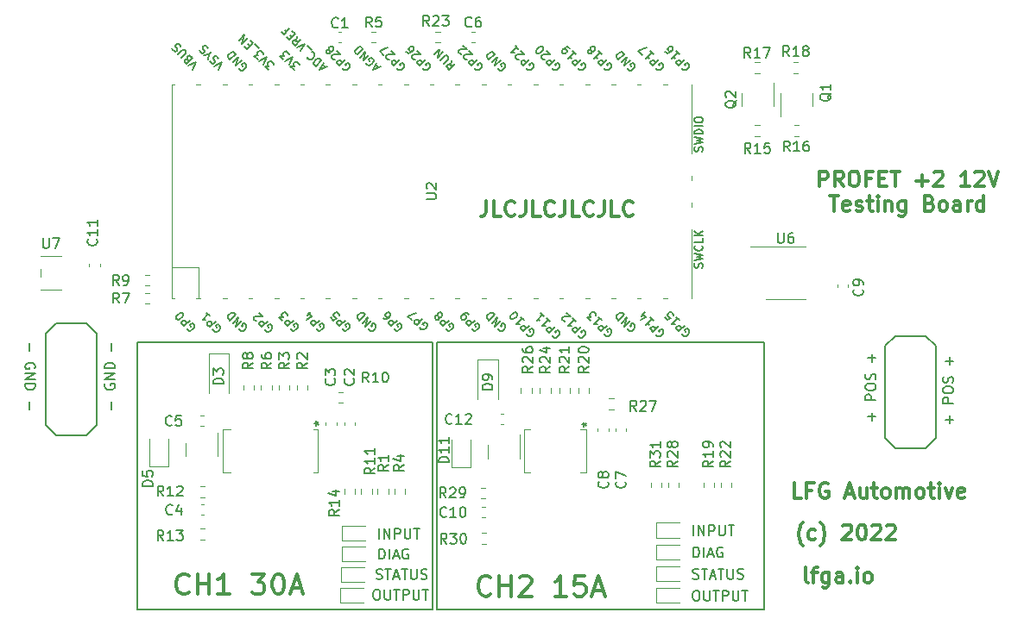
<source format=gbr>
%TF.GenerationSoftware,KiCad,Pcbnew,(6.0.7)*%
%TF.CreationDate,2022-09-20T09:41:07-05:00*%
%TF.ProjectId,BTSTest,42545354-6573-4742-9e6b-696361645f70,rev?*%
%TF.SameCoordinates,Original*%
%TF.FileFunction,Legend,Top*%
%TF.FilePolarity,Positive*%
%FSLAX46Y46*%
G04 Gerber Fmt 4.6, Leading zero omitted, Abs format (unit mm)*
G04 Created by KiCad (PCBNEW (6.0.7)) date 2022-09-20 09:41:07*
%MOMM*%
%LPD*%
G01*
G04 APERTURE LIST*
%ADD10C,0.300000*%
%ADD11C,0.150000*%
%ADD12C,0.120000*%
G04 APERTURE END LIST*
D10*
X129271428Y-60878571D02*
X129271428Y-61950000D01*
X129200000Y-62164285D01*
X129057142Y-62307142D01*
X128842857Y-62378571D01*
X128700000Y-62378571D01*
X130700000Y-62378571D02*
X129985714Y-62378571D01*
X129985714Y-60878571D01*
X132057142Y-62235714D02*
X131985714Y-62307142D01*
X131771428Y-62378571D01*
X131628571Y-62378571D01*
X131414285Y-62307142D01*
X131271428Y-62164285D01*
X131200000Y-62021428D01*
X131128571Y-61735714D01*
X131128571Y-61521428D01*
X131200000Y-61235714D01*
X131271428Y-61092857D01*
X131414285Y-60950000D01*
X131628571Y-60878571D01*
X131771428Y-60878571D01*
X131985714Y-60950000D01*
X132057142Y-61021428D01*
X133128571Y-60878571D02*
X133128571Y-61950000D01*
X133057142Y-62164285D01*
X132914285Y-62307142D01*
X132700000Y-62378571D01*
X132557142Y-62378571D01*
X134557142Y-62378571D02*
X133842857Y-62378571D01*
X133842857Y-60878571D01*
X135914285Y-62235714D02*
X135842857Y-62307142D01*
X135628571Y-62378571D01*
X135485714Y-62378571D01*
X135271428Y-62307142D01*
X135128571Y-62164285D01*
X135057142Y-62021428D01*
X134985714Y-61735714D01*
X134985714Y-61521428D01*
X135057142Y-61235714D01*
X135128571Y-61092857D01*
X135271428Y-60950000D01*
X135485714Y-60878571D01*
X135628571Y-60878571D01*
X135842857Y-60950000D01*
X135914285Y-61021428D01*
X136985714Y-60878571D02*
X136985714Y-61950000D01*
X136914285Y-62164285D01*
X136771428Y-62307142D01*
X136557142Y-62378571D01*
X136414285Y-62378571D01*
X138414285Y-62378571D02*
X137700000Y-62378571D01*
X137700000Y-60878571D01*
X139771428Y-62235714D02*
X139700000Y-62307142D01*
X139485714Y-62378571D01*
X139342857Y-62378571D01*
X139128571Y-62307142D01*
X138985714Y-62164285D01*
X138914285Y-62021428D01*
X138842857Y-61735714D01*
X138842857Y-61521428D01*
X138914285Y-61235714D01*
X138985714Y-61092857D01*
X139128571Y-60950000D01*
X139342857Y-60878571D01*
X139485714Y-60878571D01*
X139700000Y-60950000D01*
X139771428Y-61021428D01*
X140842857Y-60878571D02*
X140842857Y-61950000D01*
X140771428Y-62164285D01*
X140628571Y-62307142D01*
X140414285Y-62378571D01*
X140271428Y-62378571D01*
X142271428Y-62378571D02*
X141557142Y-62378571D01*
X141557142Y-60878571D01*
X143628571Y-62235714D02*
X143557142Y-62307142D01*
X143342857Y-62378571D01*
X143200000Y-62378571D01*
X142985714Y-62307142D01*
X142842857Y-62164285D01*
X142771428Y-62021428D01*
X142700000Y-61735714D01*
X142700000Y-61521428D01*
X142771428Y-61235714D01*
X142842857Y-61092857D01*
X142985714Y-60950000D01*
X143200000Y-60878571D01*
X143342857Y-60878571D01*
X143557142Y-60950000D01*
X143628571Y-61021428D01*
D11*
X124400000Y-74800000D02*
X156500000Y-74800000D01*
X156500000Y-74800000D02*
X156500000Y-101000000D01*
X156500000Y-101000000D02*
X124400000Y-101000000D01*
X124400000Y-101000000D02*
X124400000Y-74800000D01*
X95000000Y-74800000D02*
X124000000Y-74800000D01*
X124000000Y-74800000D02*
X124000000Y-101000000D01*
X124000000Y-101000000D02*
X95000000Y-101000000D01*
X95000000Y-101000000D02*
X95000000Y-74800000D01*
D10*
X100095238Y-99314285D02*
X100000000Y-99409523D01*
X99714285Y-99504761D01*
X99523809Y-99504761D01*
X99238095Y-99409523D01*
X99047619Y-99219047D01*
X98952380Y-99028571D01*
X98857142Y-98647619D01*
X98857142Y-98361904D01*
X98952380Y-97980952D01*
X99047619Y-97790476D01*
X99238095Y-97600000D01*
X99523809Y-97504761D01*
X99714285Y-97504761D01*
X100000000Y-97600000D01*
X100095238Y-97695238D01*
X100952380Y-99504761D02*
X100952380Y-97504761D01*
X100952380Y-98457142D02*
X102095238Y-98457142D01*
X102095238Y-99504761D02*
X102095238Y-97504761D01*
X104095238Y-99504761D02*
X102952380Y-99504761D01*
X103523809Y-99504761D02*
X103523809Y-97504761D01*
X103333333Y-97790476D01*
X103142857Y-97980952D01*
X102952380Y-98076190D01*
X106285714Y-97504761D02*
X107523809Y-97504761D01*
X106857142Y-98266666D01*
X107142857Y-98266666D01*
X107333333Y-98361904D01*
X107428571Y-98457142D01*
X107523809Y-98647619D01*
X107523809Y-99123809D01*
X107428571Y-99314285D01*
X107333333Y-99409523D01*
X107142857Y-99504761D01*
X106571428Y-99504761D01*
X106380952Y-99409523D01*
X106285714Y-99314285D01*
X108761904Y-97504761D02*
X108952380Y-97504761D01*
X109142857Y-97600000D01*
X109238095Y-97695238D01*
X109333333Y-97885714D01*
X109428571Y-98266666D01*
X109428571Y-98742857D01*
X109333333Y-99123809D01*
X109238095Y-99314285D01*
X109142857Y-99409523D01*
X108952380Y-99504761D01*
X108761904Y-99504761D01*
X108571428Y-99409523D01*
X108476190Y-99314285D01*
X108380952Y-99123809D01*
X108285714Y-98742857D01*
X108285714Y-98266666D01*
X108380952Y-97885714D01*
X108476190Y-97695238D01*
X108571428Y-97600000D01*
X108761904Y-97504761D01*
X110190476Y-98933333D02*
X111142857Y-98933333D01*
X110000000Y-99504761D02*
X110666666Y-97504761D01*
X111333333Y-99504761D01*
D11*
X118741904Y-96052380D02*
X118741904Y-95052380D01*
X118979999Y-95052380D01*
X119122856Y-95100000D01*
X119218095Y-95195238D01*
X119265714Y-95290476D01*
X119313333Y-95480952D01*
X119313333Y-95623809D01*
X119265714Y-95814285D01*
X119218095Y-95909523D01*
X119122856Y-96004761D01*
X118979999Y-96052380D01*
X118741904Y-96052380D01*
X119741904Y-96052380D02*
X119741904Y-95052380D01*
X120170476Y-95766666D02*
X120646666Y-95766666D01*
X120075237Y-96052380D02*
X120408571Y-95052380D01*
X120741904Y-96052380D01*
X121599047Y-95100000D02*
X121503809Y-95052380D01*
X121360952Y-95052380D01*
X121218095Y-95100000D01*
X121122856Y-95195238D01*
X121075237Y-95290476D01*
X121027618Y-95480952D01*
X121027618Y-95623809D01*
X121075237Y-95814285D01*
X121122856Y-95909523D01*
X121218095Y-96004761D01*
X121360952Y-96052380D01*
X121456190Y-96052380D01*
X121599047Y-96004761D01*
X121646666Y-95957142D01*
X121646666Y-95623809D01*
X121456190Y-95623809D01*
X118432381Y-99052380D02*
X118622857Y-99052380D01*
X118718095Y-99100000D01*
X118813333Y-99195238D01*
X118860952Y-99385714D01*
X118860952Y-99719047D01*
X118813333Y-99909523D01*
X118718095Y-100004761D01*
X118622857Y-100052380D01*
X118432381Y-100052380D01*
X118337143Y-100004761D01*
X118241904Y-99909523D01*
X118194285Y-99719047D01*
X118194285Y-99385714D01*
X118241904Y-99195238D01*
X118337143Y-99100000D01*
X118432381Y-99052380D01*
X119289523Y-99052380D02*
X119289523Y-99861904D01*
X119337143Y-99957142D01*
X119384762Y-100004761D01*
X119480000Y-100052380D01*
X119670476Y-100052380D01*
X119765714Y-100004761D01*
X119813333Y-99957142D01*
X119860952Y-99861904D01*
X119860952Y-99052380D01*
X120194285Y-99052380D02*
X120765714Y-99052380D01*
X120480000Y-100052380D02*
X120480000Y-99052380D01*
X121099047Y-100052380D02*
X121099047Y-99052380D01*
X121480000Y-99052380D01*
X121575238Y-99100000D01*
X121622857Y-99147619D01*
X121670476Y-99242857D01*
X121670476Y-99385714D01*
X121622857Y-99480952D01*
X121575238Y-99528571D01*
X121480000Y-99576190D01*
X121099047Y-99576190D01*
X122099047Y-99052380D02*
X122099047Y-99861904D01*
X122146666Y-99957142D01*
X122194285Y-100004761D01*
X122289523Y-100052380D01*
X122480000Y-100052380D01*
X122575238Y-100004761D01*
X122622857Y-99957142D01*
X122670476Y-99861904D01*
X122670476Y-99052380D01*
X123003809Y-99052380D02*
X123575238Y-99052380D01*
X123289523Y-100052380D02*
X123289523Y-99052380D01*
X149761905Y-99152380D02*
X149952381Y-99152380D01*
X150047619Y-99200000D01*
X150142857Y-99295238D01*
X150190476Y-99485714D01*
X150190476Y-99819047D01*
X150142857Y-100009523D01*
X150047619Y-100104761D01*
X149952381Y-100152380D01*
X149761905Y-100152380D01*
X149666667Y-100104761D01*
X149571428Y-100009523D01*
X149523809Y-99819047D01*
X149523809Y-99485714D01*
X149571428Y-99295238D01*
X149666667Y-99200000D01*
X149761905Y-99152380D01*
X150619047Y-99152380D02*
X150619047Y-99961904D01*
X150666667Y-100057142D01*
X150714286Y-100104761D01*
X150809524Y-100152380D01*
X151000000Y-100152380D01*
X151095238Y-100104761D01*
X151142857Y-100057142D01*
X151190476Y-99961904D01*
X151190476Y-99152380D01*
X151523809Y-99152380D02*
X152095238Y-99152380D01*
X151809524Y-100152380D02*
X151809524Y-99152380D01*
X152428571Y-100152380D02*
X152428571Y-99152380D01*
X152809524Y-99152380D01*
X152904762Y-99200000D01*
X152952381Y-99247619D01*
X153000000Y-99342857D01*
X153000000Y-99485714D01*
X152952381Y-99580952D01*
X152904762Y-99628571D01*
X152809524Y-99676190D01*
X152428571Y-99676190D01*
X153428571Y-99152380D02*
X153428571Y-99961904D01*
X153476190Y-100057142D01*
X153523809Y-100104761D01*
X153619047Y-100152380D01*
X153809524Y-100152380D01*
X153904762Y-100104761D01*
X153952381Y-100057142D01*
X154000000Y-99961904D01*
X154000000Y-99152380D01*
X154333333Y-99152380D02*
X154904762Y-99152380D01*
X154619047Y-100152380D02*
X154619047Y-99152380D01*
X149523809Y-97971427D02*
X149666666Y-98019046D01*
X149904761Y-98019046D01*
X150000000Y-97971427D01*
X150047619Y-97923808D01*
X150095238Y-97828570D01*
X150095238Y-97733332D01*
X150047619Y-97638094D01*
X150000000Y-97590475D01*
X149904761Y-97542856D01*
X149714285Y-97495237D01*
X149619047Y-97447618D01*
X149571428Y-97399999D01*
X149523809Y-97304761D01*
X149523809Y-97209523D01*
X149571428Y-97114285D01*
X149619047Y-97066666D01*
X149714285Y-97019046D01*
X149952380Y-97019046D01*
X150095238Y-97066666D01*
X150380952Y-97019046D02*
X150952380Y-97019046D01*
X150666666Y-98019046D02*
X150666666Y-97019046D01*
X151238095Y-97733332D02*
X151714285Y-97733332D01*
X151142857Y-98019046D02*
X151476190Y-97019046D01*
X151809523Y-98019046D01*
X152000000Y-97019046D02*
X152571428Y-97019046D01*
X152285714Y-98019046D02*
X152285714Y-97019046D01*
X152904761Y-97019046D02*
X152904761Y-97828570D01*
X152952380Y-97923808D01*
X153000000Y-97971427D01*
X153095238Y-98019046D01*
X153285714Y-98019046D01*
X153380952Y-97971427D01*
X153428571Y-97923808D01*
X153476190Y-97828570D01*
X153476190Y-97019046D01*
X153904761Y-97971427D02*
X154047619Y-98019046D01*
X154285714Y-98019046D01*
X154380952Y-97971427D01*
X154428571Y-97923808D01*
X154476190Y-97828570D01*
X154476190Y-97733332D01*
X154428571Y-97638094D01*
X154380952Y-97590475D01*
X154285714Y-97542856D01*
X154095238Y-97495237D01*
X154000000Y-97447618D01*
X153952380Y-97399999D01*
X153904761Y-97304761D01*
X153904761Y-97209523D01*
X153952380Y-97114285D01*
X154000000Y-97066666D01*
X154095238Y-97019046D01*
X154333333Y-97019046D01*
X154476190Y-97066666D01*
D10*
X160192857Y-90078571D02*
X159478571Y-90078571D01*
X159478571Y-88578571D01*
X161192857Y-89292857D02*
X160692857Y-89292857D01*
X160692857Y-90078571D02*
X160692857Y-88578571D01*
X161407142Y-88578571D01*
X162764285Y-88650000D02*
X162621428Y-88578571D01*
X162407142Y-88578571D01*
X162192857Y-88650000D01*
X162050000Y-88792857D01*
X161978571Y-88935714D01*
X161907142Y-89221428D01*
X161907142Y-89435714D01*
X161978571Y-89721428D01*
X162050000Y-89864285D01*
X162192857Y-90007142D01*
X162407142Y-90078571D01*
X162550000Y-90078571D01*
X162764285Y-90007142D01*
X162835714Y-89935714D01*
X162835714Y-89435714D01*
X162550000Y-89435714D01*
X164550000Y-89650000D02*
X165264285Y-89650000D01*
X164407142Y-90078571D02*
X164907142Y-88578571D01*
X165407142Y-90078571D01*
X166550000Y-89078571D02*
X166550000Y-90078571D01*
X165907142Y-89078571D02*
X165907142Y-89864285D01*
X165978571Y-90007142D01*
X166121428Y-90078571D01*
X166335714Y-90078571D01*
X166478571Y-90007142D01*
X166550000Y-89935714D01*
X167050000Y-89078571D02*
X167621428Y-89078571D01*
X167264285Y-88578571D02*
X167264285Y-89864285D01*
X167335714Y-90007142D01*
X167478571Y-90078571D01*
X167621428Y-90078571D01*
X168335714Y-90078571D02*
X168192857Y-90007142D01*
X168121428Y-89935714D01*
X168050000Y-89792857D01*
X168050000Y-89364285D01*
X168121428Y-89221428D01*
X168192857Y-89150000D01*
X168335714Y-89078571D01*
X168550000Y-89078571D01*
X168692857Y-89150000D01*
X168764285Y-89221428D01*
X168835714Y-89364285D01*
X168835714Y-89792857D01*
X168764285Y-89935714D01*
X168692857Y-90007142D01*
X168550000Y-90078571D01*
X168335714Y-90078571D01*
X169478571Y-90078571D02*
X169478571Y-89078571D01*
X169478571Y-89221428D02*
X169550000Y-89150000D01*
X169692857Y-89078571D01*
X169907142Y-89078571D01*
X170050000Y-89150000D01*
X170121428Y-89292857D01*
X170121428Y-90078571D01*
X170121428Y-89292857D02*
X170192857Y-89150000D01*
X170335714Y-89078571D01*
X170550000Y-89078571D01*
X170692857Y-89150000D01*
X170764285Y-89292857D01*
X170764285Y-90078571D01*
X171692857Y-90078571D02*
X171550000Y-90007142D01*
X171478571Y-89935714D01*
X171407142Y-89792857D01*
X171407142Y-89364285D01*
X171478571Y-89221428D01*
X171550000Y-89150000D01*
X171692857Y-89078571D01*
X171907142Y-89078571D01*
X172050000Y-89150000D01*
X172121428Y-89221428D01*
X172192857Y-89364285D01*
X172192857Y-89792857D01*
X172121428Y-89935714D01*
X172050000Y-90007142D01*
X171907142Y-90078571D01*
X171692857Y-90078571D01*
X172621428Y-89078571D02*
X173192857Y-89078571D01*
X172835714Y-88578571D02*
X172835714Y-89864285D01*
X172907142Y-90007142D01*
X173050000Y-90078571D01*
X173192857Y-90078571D01*
X173692857Y-90078571D02*
X173692857Y-89078571D01*
X173692857Y-88578571D02*
X173621428Y-88650000D01*
X173692857Y-88721428D01*
X173764285Y-88650000D01*
X173692857Y-88578571D01*
X173692857Y-88721428D01*
X174264285Y-89078571D02*
X174621428Y-90078571D01*
X174978571Y-89078571D01*
X176121428Y-90007142D02*
X175978571Y-90078571D01*
X175692857Y-90078571D01*
X175550000Y-90007142D01*
X175478571Y-89864285D01*
X175478571Y-89292857D01*
X175550000Y-89150000D01*
X175692857Y-89078571D01*
X175978571Y-89078571D01*
X176121428Y-89150000D01*
X176192857Y-89292857D01*
X176192857Y-89435714D01*
X175478571Y-89578571D01*
X129695238Y-99514285D02*
X129600000Y-99609523D01*
X129314285Y-99704761D01*
X129123809Y-99704761D01*
X128838095Y-99609523D01*
X128647619Y-99419047D01*
X128552380Y-99228571D01*
X128457142Y-98847619D01*
X128457142Y-98561904D01*
X128552380Y-98180952D01*
X128647619Y-97990476D01*
X128838095Y-97800000D01*
X129123809Y-97704761D01*
X129314285Y-97704761D01*
X129600000Y-97800000D01*
X129695238Y-97895238D01*
X130552380Y-99704761D02*
X130552380Y-97704761D01*
X130552380Y-98657142D02*
X131695238Y-98657142D01*
X131695238Y-99704761D02*
X131695238Y-97704761D01*
X132552380Y-97895238D02*
X132647619Y-97800000D01*
X132838095Y-97704761D01*
X133314285Y-97704761D01*
X133504761Y-97800000D01*
X133600000Y-97895238D01*
X133695238Y-98085714D01*
X133695238Y-98276190D01*
X133600000Y-98561904D01*
X132457142Y-99704761D01*
X133695238Y-99704761D01*
X137123809Y-99704761D02*
X135980952Y-99704761D01*
X136552380Y-99704761D02*
X136552380Y-97704761D01*
X136361904Y-97990476D01*
X136171428Y-98180952D01*
X135980952Y-98276190D01*
X138933333Y-97704761D02*
X137980952Y-97704761D01*
X137885714Y-98657142D01*
X137980952Y-98561904D01*
X138171428Y-98466666D01*
X138647619Y-98466666D01*
X138838095Y-98561904D01*
X138933333Y-98657142D01*
X139028571Y-98847619D01*
X139028571Y-99323809D01*
X138933333Y-99514285D01*
X138838095Y-99609523D01*
X138647619Y-99704761D01*
X138171428Y-99704761D01*
X137980952Y-99609523D01*
X137885714Y-99514285D01*
X139790476Y-99133333D02*
X140742857Y-99133333D01*
X139600000Y-99704761D02*
X140266666Y-97704761D01*
X140933333Y-99704761D01*
D11*
X167071428Y-82442857D02*
X167071428Y-81680952D01*
X167452380Y-82061904D02*
X166690476Y-82061904D01*
X167452380Y-80442857D02*
X166452380Y-80442857D01*
X166452380Y-80061904D01*
X166500000Y-79966666D01*
X166547619Y-79919047D01*
X166642857Y-79871428D01*
X166785714Y-79871428D01*
X166880952Y-79919047D01*
X166928571Y-79966666D01*
X166976190Y-80061904D01*
X166976190Y-80442857D01*
X166452380Y-79252380D02*
X166452380Y-79061904D01*
X166500000Y-78966666D01*
X166595238Y-78871428D01*
X166785714Y-78823809D01*
X167119047Y-78823809D01*
X167309523Y-78871428D01*
X167404761Y-78966666D01*
X167452380Y-79061904D01*
X167452380Y-79252380D01*
X167404761Y-79347619D01*
X167309523Y-79442857D01*
X167119047Y-79490476D01*
X166785714Y-79490476D01*
X166595238Y-79442857D01*
X166500000Y-79347619D01*
X166452380Y-79252380D01*
X167404761Y-78442857D02*
X167452380Y-78300000D01*
X167452380Y-78061904D01*
X167404761Y-77966666D01*
X167357142Y-77919047D01*
X167261904Y-77871428D01*
X167166666Y-77871428D01*
X167071428Y-77919047D01*
X167023809Y-77966666D01*
X166976190Y-78061904D01*
X166928571Y-78252380D01*
X166880952Y-78347619D01*
X166833333Y-78395238D01*
X166738095Y-78442857D01*
X166642857Y-78442857D01*
X166547619Y-78395238D01*
X166500000Y-78347619D01*
X166452380Y-78252380D01*
X166452380Y-78014285D01*
X166500000Y-77871428D01*
X167071428Y-76680952D02*
X167071428Y-75919047D01*
X167452380Y-76300000D02*
X166690476Y-76300000D01*
X118494285Y-98004761D02*
X118637142Y-98052380D01*
X118875237Y-98052380D01*
X118970476Y-98004761D01*
X119018095Y-97957142D01*
X119065714Y-97861904D01*
X119065714Y-97766666D01*
X119018095Y-97671428D01*
X118970476Y-97623809D01*
X118875237Y-97576190D01*
X118684761Y-97528571D01*
X118589523Y-97480952D01*
X118541904Y-97433333D01*
X118494285Y-97338095D01*
X118494285Y-97242857D01*
X118541904Y-97147619D01*
X118589523Y-97100000D01*
X118684761Y-97052380D01*
X118922856Y-97052380D01*
X119065714Y-97100000D01*
X119351428Y-97052380D02*
X119922856Y-97052380D01*
X119637142Y-98052380D02*
X119637142Y-97052380D01*
X120208571Y-97766666D02*
X120684761Y-97766666D01*
X120113333Y-98052380D02*
X120446666Y-97052380D01*
X120779999Y-98052380D01*
X120970476Y-97052380D02*
X121541904Y-97052380D01*
X121256190Y-98052380D02*
X121256190Y-97052380D01*
X121875237Y-97052380D02*
X121875237Y-97861904D01*
X121922856Y-97957142D01*
X121970476Y-98004761D01*
X122065714Y-98052380D01*
X122256190Y-98052380D01*
X122351428Y-98004761D01*
X122399047Y-97957142D01*
X122446666Y-97861904D01*
X122446666Y-97052380D01*
X122875237Y-98004761D02*
X123018095Y-98052380D01*
X123256190Y-98052380D01*
X123351428Y-98004761D01*
X123399047Y-97957142D01*
X123446666Y-97861904D01*
X123446666Y-97766666D01*
X123399047Y-97671428D01*
X123351428Y-97623809D01*
X123256190Y-97576190D01*
X123065714Y-97528571D01*
X122970476Y-97480952D01*
X122922856Y-97433333D01*
X122875237Y-97338095D01*
X122875237Y-97242857D01*
X122922856Y-97147619D01*
X122970476Y-97100000D01*
X123065714Y-97052380D01*
X123303809Y-97052380D01*
X123446666Y-97100000D01*
D10*
X161921428Y-59471071D02*
X161921428Y-57971071D01*
X162492857Y-57971071D01*
X162635714Y-58042500D01*
X162707142Y-58113928D01*
X162778571Y-58256785D01*
X162778571Y-58471071D01*
X162707142Y-58613928D01*
X162635714Y-58685357D01*
X162492857Y-58756785D01*
X161921428Y-58756785D01*
X164278571Y-59471071D02*
X163778571Y-58756785D01*
X163421428Y-59471071D02*
X163421428Y-57971071D01*
X163992857Y-57971071D01*
X164135714Y-58042500D01*
X164207142Y-58113928D01*
X164278571Y-58256785D01*
X164278571Y-58471071D01*
X164207142Y-58613928D01*
X164135714Y-58685357D01*
X163992857Y-58756785D01*
X163421428Y-58756785D01*
X165207142Y-57971071D02*
X165492857Y-57971071D01*
X165635714Y-58042500D01*
X165778571Y-58185357D01*
X165850000Y-58471071D01*
X165850000Y-58971071D01*
X165778571Y-59256785D01*
X165635714Y-59399642D01*
X165492857Y-59471071D01*
X165207142Y-59471071D01*
X165064285Y-59399642D01*
X164921428Y-59256785D01*
X164850000Y-58971071D01*
X164850000Y-58471071D01*
X164921428Y-58185357D01*
X165064285Y-58042500D01*
X165207142Y-57971071D01*
X166992857Y-58685357D02*
X166492857Y-58685357D01*
X166492857Y-59471071D02*
X166492857Y-57971071D01*
X167207142Y-57971071D01*
X167778571Y-58685357D02*
X168278571Y-58685357D01*
X168492857Y-59471071D02*
X167778571Y-59471071D01*
X167778571Y-57971071D01*
X168492857Y-57971071D01*
X168921428Y-57971071D02*
X169778571Y-57971071D01*
X169350000Y-59471071D02*
X169350000Y-57971071D01*
X171421428Y-58899642D02*
X172564285Y-58899642D01*
X171992857Y-59471071D02*
X171992857Y-58328214D01*
X173207142Y-58113928D02*
X173278571Y-58042500D01*
X173421428Y-57971071D01*
X173778571Y-57971071D01*
X173921428Y-58042500D01*
X173992857Y-58113928D01*
X174064285Y-58256785D01*
X174064285Y-58399642D01*
X173992857Y-58613928D01*
X173135714Y-59471071D01*
X174064285Y-59471071D01*
X176635714Y-59471071D02*
X175778571Y-59471071D01*
X176207142Y-59471071D02*
X176207142Y-57971071D01*
X176064285Y-58185357D01*
X175921428Y-58328214D01*
X175778571Y-58399642D01*
X177207142Y-58113928D02*
X177278571Y-58042500D01*
X177421428Y-57971071D01*
X177778571Y-57971071D01*
X177921428Y-58042500D01*
X177992857Y-58113928D01*
X178064285Y-58256785D01*
X178064285Y-58399642D01*
X177992857Y-58613928D01*
X177135714Y-59471071D01*
X178064285Y-59471071D01*
X178492857Y-57971071D02*
X178992857Y-59471071D01*
X179492857Y-57971071D01*
X162957142Y-60386071D02*
X163814285Y-60386071D01*
X163385714Y-61886071D02*
X163385714Y-60386071D01*
X164885714Y-61814642D02*
X164742857Y-61886071D01*
X164457142Y-61886071D01*
X164314285Y-61814642D01*
X164242857Y-61671785D01*
X164242857Y-61100357D01*
X164314285Y-60957500D01*
X164457142Y-60886071D01*
X164742857Y-60886071D01*
X164885714Y-60957500D01*
X164957142Y-61100357D01*
X164957142Y-61243214D01*
X164242857Y-61386071D01*
X165528571Y-61814642D02*
X165671428Y-61886071D01*
X165957142Y-61886071D01*
X166100000Y-61814642D01*
X166171428Y-61671785D01*
X166171428Y-61600357D01*
X166100000Y-61457500D01*
X165957142Y-61386071D01*
X165742857Y-61386071D01*
X165600000Y-61314642D01*
X165528571Y-61171785D01*
X165528571Y-61100357D01*
X165600000Y-60957500D01*
X165742857Y-60886071D01*
X165957142Y-60886071D01*
X166100000Y-60957500D01*
X166600000Y-60886071D02*
X167171428Y-60886071D01*
X166814285Y-60386071D02*
X166814285Y-61671785D01*
X166885714Y-61814642D01*
X167028571Y-61886071D01*
X167171428Y-61886071D01*
X167671428Y-61886071D02*
X167671428Y-60886071D01*
X167671428Y-60386071D02*
X167600000Y-60457500D01*
X167671428Y-60528928D01*
X167742857Y-60457500D01*
X167671428Y-60386071D01*
X167671428Y-60528928D01*
X168385714Y-60886071D02*
X168385714Y-61886071D01*
X168385714Y-61028928D02*
X168457142Y-60957500D01*
X168600000Y-60886071D01*
X168814285Y-60886071D01*
X168957142Y-60957500D01*
X169028571Y-61100357D01*
X169028571Y-61886071D01*
X170385714Y-60886071D02*
X170385714Y-62100357D01*
X170314285Y-62243214D01*
X170242857Y-62314642D01*
X170100000Y-62386071D01*
X169885714Y-62386071D01*
X169742857Y-62314642D01*
X170385714Y-61814642D02*
X170242857Y-61886071D01*
X169957142Y-61886071D01*
X169814285Y-61814642D01*
X169742857Y-61743214D01*
X169671428Y-61600357D01*
X169671428Y-61171785D01*
X169742857Y-61028928D01*
X169814285Y-60957500D01*
X169957142Y-60886071D01*
X170242857Y-60886071D01*
X170385714Y-60957500D01*
X172742857Y-61100357D02*
X172957142Y-61171785D01*
X173028571Y-61243214D01*
X173100000Y-61386071D01*
X173100000Y-61600357D01*
X173028571Y-61743214D01*
X172957142Y-61814642D01*
X172814285Y-61886071D01*
X172242857Y-61886071D01*
X172242857Y-60386071D01*
X172742857Y-60386071D01*
X172885714Y-60457500D01*
X172957142Y-60528928D01*
X173028571Y-60671785D01*
X173028571Y-60814642D01*
X172957142Y-60957500D01*
X172885714Y-61028928D01*
X172742857Y-61100357D01*
X172242857Y-61100357D01*
X173957142Y-61886071D02*
X173814285Y-61814642D01*
X173742857Y-61743214D01*
X173671428Y-61600357D01*
X173671428Y-61171785D01*
X173742857Y-61028928D01*
X173814285Y-60957500D01*
X173957142Y-60886071D01*
X174171428Y-60886071D01*
X174314285Y-60957500D01*
X174385714Y-61028928D01*
X174457142Y-61171785D01*
X174457142Y-61600357D01*
X174385714Y-61743214D01*
X174314285Y-61814642D01*
X174171428Y-61886071D01*
X173957142Y-61886071D01*
X175742857Y-61886071D02*
X175742857Y-61100357D01*
X175671428Y-60957500D01*
X175528571Y-60886071D01*
X175242857Y-60886071D01*
X175100000Y-60957500D01*
X175742857Y-61814642D02*
X175600000Y-61886071D01*
X175242857Y-61886071D01*
X175100000Y-61814642D01*
X175028571Y-61671785D01*
X175028571Y-61528928D01*
X175100000Y-61386071D01*
X175242857Y-61314642D01*
X175600000Y-61314642D01*
X175742857Y-61243214D01*
X176457142Y-61886071D02*
X176457142Y-60886071D01*
X176457142Y-61171785D02*
X176528571Y-61028928D01*
X176600000Y-60957500D01*
X176742857Y-60886071D01*
X176885714Y-60886071D01*
X178028571Y-61886071D02*
X178028571Y-60386071D01*
X178028571Y-61814642D02*
X177885714Y-61886071D01*
X177600000Y-61886071D01*
X177457142Y-61814642D01*
X177385714Y-61743214D01*
X177314285Y-61600357D01*
X177314285Y-61171785D01*
X177385714Y-61028928D01*
X177457142Y-60957500D01*
X177600000Y-60886071D01*
X177885714Y-60886071D01*
X178028571Y-60957500D01*
D11*
X149571428Y-93752380D02*
X149571428Y-92752380D01*
X150047619Y-93752380D02*
X150047619Y-92752380D01*
X150619047Y-93752380D01*
X150619047Y-92752380D01*
X151095238Y-93752380D02*
X151095238Y-92752380D01*
X151476190Y-92752380D01*
X151571428Y-92800000D01*
X151619047Y-92847619D01*
X151666666Y-92942857D01*
X151666666Y-93085714D01*
X151619047Y-93180952D01*
X151571428Y-93228571D01*
X151476190Y-93276190D01*
X151095238Y-93276190D01*
X152095238Y-92752380D02*
X152095238Y-93561904D01*
X152142857Y-93657142D01*
X152190476Y-93704761D01*
X152285714Y-93752380D01*
X152476190Y-93752380D01*
X152571428Y-93704761D01*
X152619047Y-93657142D01*
X152666666Y-93561904D01*
X152666666Y-92752380D01*
X153000000Y-92752380D02*
X153571428Y-92752380D01*
X153285714Y-93752380D02*
X153285714Y-92752380D01*
X118741904Y-94052380D02*
X118741904Y-93052380D01*
X119218095Y-94052380D02*
X119218095Y-93052380D01*
X119789523Y-94052380D01*
X119789523Y-93052380D01*
X120265714Y-94052380D02*
X120265714Y-93052380D01*
X120646666Y-93052380D01*
X120741904Y-93100000D01*
X120789523Y-93147619D01*
X120837142Y-93242857D01*
X120837142Y-93385714D01*
X120789523Y-93480952D01*
X120741904Y-93528571D01*
X120646666Y-93576190D01*
X120265714Y-93576190D01*
X121265714Y-93052380D02*
X121265714Y-93861904D01*
X121313333Y-93957142D01*
X121360952Y-94004761D01*
X121456190Y-94052380D01*
X121646666Y-94052380D01*
X121741904Y-94004761D01*
X121789523Y-93957142D01*
X121837142Y-93861904D01*
X121837142Y-93052380D01*
X122170476Y-93052380D02*
X122741904Y-93052380D01*
X122456190Y-94052380D02*
X122456190Y-93052380D01*
X149571428Y-95885713D02*
X149571428Y-94885713D01*
X149809523Y-94885713D01*
X149952380Y-94933333D01*
X150047619Y-95028571D01*
X150095238Y-95123809D01*
X150142857Y-95314285D01*
X150142857Y-95457142D01*
X150095238Y-95647618D01*
X150047619Y-95742856D01*
X149952380Y-95838094D01*
X149809523Y-95885713D01*
X149571428Y-95885713D01*
X150571428Y-95885713D02*
X150571428Y-94885713D01*
X151000000Y-95599999D02*
X151476190Y-95599999D01*
X150904761Y-95885713D02*
X151238095Y-94885713D01*
X151571428Y-95885713D01*
X152428571Y-94933333D02*
X152333333Y-94885713D01*
X152190476Y-94885713D01*
X152047619Y-94933333D01*
X151952380Y-95028571D01*
X151904761Y-95123809D01*
X151857142Y-95314285D01*
X151857142Y-95457142D01*
X151904761Y-95647618D01*
X151952380Y-95742856D01*
X152047619Y-95838094D01*
X152190476Y-95885713D01*
X152285714Y-95885713D01*
X152428571Y-95838094D01*
X152476190Y-95790475D01*
X152476190Y-95457142D01*
X152285714Y-95457142D01*
D10*
X160314285Y-94750000D02*
X160242857Y-94678571D01*
X160100000Y-94464285D01*
X160028571Y-94321428D01*
X159957142Y-94107142D01*
X159885714Y-93750000D01*
X159885714Y-93464285D01*
X159957142Y-93107142D01*
X160028571Y-92892857D01*
X160100000Y-92750000D01*
X160242857Y-92535714D01*
X160314285Y-92464285D01*
X161528571Y-94107142D02*
X161385714Y-94178571D01*
X161100000Y-94178571D01*
X160957142Y-94107142D01*
X160885714Y-94035714D01*
X160814285Y-93892857D01*
X160814285Y-93464285D01*
X160885714Y-93321428D01*
X160957142Y-93250000D01*
X161100000Y-93178571D01*
X161385714Y-93178571D01*
X161528571Y-93250000D01*
X162028571Y-94750000D02*
X162100000Y-94678571D01*
X162242857Y-94464285D01*
X162314285Y-94321428D01*
X162385714Y-94107142D01*
X162457142Y-93750000D01*
X162457142Y-93464285D01*
X162385714Y-93107142D01*
X162314285Y-92892857D01*
X162242857Y-92750000D01*
X162100000Y-92535714D01*
X162028571Y-92464285D01*
X164242857Y-92821428D02*
X164314285Y-92750000D01*
X164457142Y-92678571D01*
X164814285Y-92678571D01*
X164957142Y-92750000D01*
X165028571Y-92821428D01*
X165100000Y-92964285D01*
X165100000Y-93107142D01*
X165028571Y-93321428D01*
X164171428Y-94178571D01*
X165100000Y-94178571D01*
X166028571Y-92678571D02*
X166171428Y-92678571D01*
X166314285Y-92750000D01*
X166385714Y-92821428D01*
X166457142Y-92964285D01*
X166528571Y-93250000D01*
X166528571Y-93607142D01*
X166457142Y-93892857D01*
X166385714Y-94035714D01*
X166314285Y-94107142D01*
X166171428Y-94178571D01*
X166028571Y-94178571D01*
X165885714Y-94107142D01*
X165814285Y-94035714D01*
X165742857Y-93892857D01*
X165671428Y-93607142D01*
X165671428Y-93250000D01*
X165742857Y-92964285D01*
X165814285Y-92821428D01*
X165885714Y-92750000D01*
X166028571Y-92678571D01*
X167100000Y-92821428D02*
X167171428Y-92750000D01*
X167314285Y-92678571D01*
X167671428Y-92678571D01*
X167814285Y-92750000D01*
X167885714Y-92821428D01*
X167957142Y-92964285D01*
X167957142Y-93107142D01*
X167885714Y-93321428D01*
X167028571Y-94178571D01*
X167957142Y-94178571D01*
X168528571Y-92821428D02*
X168600000Y-92750000D01*
X168742857Y-92678571D01*
X169100000Y-92678571D01*
X169242857Y-92750000D01*
X169314285Y-92821428D01*
X169385714Y-92964285D01*
X169385714Y-93107142D01*
X169314285Y-93321428D01*
X168457142Y-94178571D01*
X169385714Y-94178571D01*
X160800000Y-98378571D02*
X160657142Y-98307142D01*
X160585714Y-98164285D01*
X160585714Y-96878571D01*
X161157142Y-97378571D02*
X161728571Y-97378571D01*
X161371428Y-98378571D02*
X161371428Y-97092857D01*
X161442857Y-96950000D01*
X161585714Y-96878571D01*
X161728571Y-96878571D01*
X162871428Y-97378571D02*
X162871428Y-98592857D01*
X162800000Y-98735714D01*
X162728571Y-98807142D01*
X162585714Y-98878571D01*
X162371428Y-98878571D01*
X162228571Y-98807142D01*
X162871428Y-98307142D02*
X162728571Y-98378571D01*
X162442857Y-98378571D01*
X162300000Y-98307142D01*
X162228571Y-98235714D01*
X162157142Y-98092857D01*
X162157142Y-97664285D01*
X162228571Y-97521428D01*
X162300000Y-97450000D01*
X162442857Y-97378571D01*
X162728571Y-97378571D01*
X162871428Y-97450000D01*
X164228571Y-98378571D02*
X164228571Y-97592857D01*
X164157142Y-97450000D01*
X164014285Y-97378571D01*
X163728571Y-97378571D01*
X163585714Y-97450000D01*
X164228571Y-98307142D02*
X164085714Y-98378571D01*
X163728571Y-98378571D01*
X163585714Y-98307142D01*
X163514285Y-98164285D01*
X163514285Y-98021428D01*
X163585714Y-97878571D01*
X163728571Y-97807142D01*
X164085714Y-97807142D01*
X164228571Y-97735714D01*
X164942857Y-98235714D02*
X165014285Y-98307142D01*
X164942857Y-98378571D01*
X164871428Y-98307142D01*
X164942857Y-98235714D01*
X164942857Y-98378571D01*
X165657142Y-98378571D02*
X165657142Y-97378571D01*
X165657142Y-96878571D02*
X165585714Y-96950000D01*
X165657142Y-97021428D01*
X165728571Y-96950000D01*
X165657142Y-96878571D01*
X165657142Y-97021428D01*
X166585714Y-98378571D02*
X166442857Y-98307142D01*
X166371428Y-98235714D01*
X166300000Y-98092857D01*
X166300000Y-97664285D01*
X166371428Y-97521428D01*
X166442857Y-97450000D01*
X166585714Y-97378571D01*
X166800000Y-97378571D01*
X166942857Y-97450000D01*
X167014285Y-97521428D01*
X167085714Y-97664285D01*
X167085714Y-98092857D01*
X167014285Y-98235714D01*
X166942857Y-98307142D01*
X166800000Y-98378571D01*
X166585714Y-98378571D01*
D11*
X92471428Y-81385714D02*
X92471428Y-80623809D01*
X91900000Y-78861904D02*
X91852380Y-78957142D01*
X91852380Y-79100000D01*
X91900000Y-79242857D01*
X91995238Y-79338095D01*
X92090476Y-79385714D01*
X92280952Y-79433333D01*
X92423809Y-79433333D01*
X92614285Y-79385714D01*
X92709523Y-79338095D01*
X92804761Y-79242857D01*
X92852380Y-79100000D01*
X92852380Y-79004761D01*
X92804761Y-78861904D01*
X92757142Y-78814285D01*
X92423809Y-78814285D01*
X92423809Y-79004761D01*
X92852380Y-78385714D02*
X91852380Y-78385714D01*
X92852380Y-77814285D01*
X91852380Y-77814285D01*
X92852380Y-77338095D02*
X91852380Y-77338095D01*
X91852380Y-77100000D01*
X91900000Y-76957142D01*
X91995238Y-76861904D01*
X92090476Y-76814285D01*
X92280952Y-76766666D01*
X92423809Y-76766666D01*
X92614285Y-76814285D01*
X92709523Y-76861904D01*
X92804761Y-76957142D01*
X92852380Y-77100000D01*
X92852380Y-77338095D01*
X92471428Y-75576190D02*
X92471428Y-74814285D01*
X174671428Y-82742857D02*
X174671428Y-81980952D01*
X175052380Y-82361904D02*
X174290476Y-82361904D01*
X175052380Y-80742857D02*
X174052380Y-80742857D01*
X174052380Y-80361904D01*
X174100000Y-80266666D01*
X174147619Y-80219047D01*
X174242857Y-80171428D01*
X174385714Y-80171428D01*
X174480952Y-80219047D01*
X174528571Y-80266666D01*
X174576190Y-80361904D01*
X174576190Y-80742857D01*
X174052380Y-79552380D02*
X174052380Y-79361904D01*
X174100000Y-79266666D01*
X174195238Y-79171428D01*
X174385714Y-79123809D01*
X174719047Y-79123809D01*
X174909523Y-79171428D01*
X175004761Y-79266666D01*
X175052380Y-79361904D01*
X175052380Y-79552380D01*
X175004761Y-79647619D01*
X174909523Y-79742857D01*
X174719047Y-79790476D01*
X174385714Y-79790476D01*
X174195238Y-79742857D01*
X174100000Y-79647619D01*
X174052380Y-79552380D01*
X175004761Y-78742857D02*
X175052380Y-78600000D01*
X175052380Y-78361904D01*
X175004761Y-78266666D01*
X174957142Y-78219047D01*
X174861904Y-78171428D01*
X174766666Y-78171428D01*
X174671428Y-78219047D01*
X174623809Y-78266666D01*
X174576190Y-78361904D01*
X174528571Y-78552380D01*
X174480952Y-78647619D01*
X174433333Y-78695238D01*
X174338095Y-78742857D01*
X174242857Y-78742857D01*
X174147619Y-78695238D01*
X174100000Y-78647619D01*
X174052380Y-78552380D01*
X174052380Y-78314285D01*
X174100000Y-78171428D01*
X174671428Y-76980952D02*
X174671428Y-76219047D01*
X175052380Y-76600000D02*
X174290476Y-76600000D01*
X84428571Y-74814285D02*
X84428571Y-75576190D01*
X85000000Y-77338095D02*
X85047619Y-77242857D01*
X85047619Y-77100000D01*
X85000000Y-76957142D01*
X84904761Y-76861904D01*
X84809523Y-76814285D01*
X84619047Y-76766666D01*
X84476190Y-76766666D01*
X84285714Y-76814285D01*
X84190476Y-76861904D01*
X84095238Y-76957142D01*
X84047619Y-77100000D01*
X84047619Y-77195238D01*
X84095238Y-77338095D01*
X84142857Y-77385714D01*
X84476190Y-77385714D01*
X84476190Y-77195238D01*
X84047619Y-77814285D02*
X85047619Y-77814285D01*
X84047619Y-78385714D01*
X85047619Y-78385714D01*
X84047619Y-78861904D02*
X85047619Y-78861904D01*
X85047619Y-79100000D01*
X85000000Y-79242857D01*
X84904761Y-79338095D01*
X84809523Y-79385714D01*
X84619047Y-79433333D01*
X84476190Y-79433333D01*
X84285714Y-79385714D01*
X84190476Y-79338095D01*
X84095238Y-79242857D01*
X84047619Y-79100000D01*
X84047619Y-78861904D01*
X84428571Y-80623809D02*
X84428571Y-81385714D01*
%TO.C,R20*%
X139292380Y-77132857D02*
X138816190Y-77466190D01*
X139292380Y-77704285D02*
X138292380Y-77704285D01*
X138292380Y-77323333D01*
X138340000Y-77228095D01*
X138387619Y-77180476D01*
X138482857Y-77132857D01*
X138625714Y-77132857D01*
X138720952Y-77180476D01*
X138768571Y-77228095D01*
X138816190Y-77323333D01*
X138816190Y-77704285D01*
X138387619Y-76751904D02*
X138340000Y-76704285D01*
X138292380Y-76609047D01*
X138292380Y-76370952D01*
X138340000Y-76275714D01*
X138387619Y-76228095D01*
X138482857Y-76180476D01*
X138578095Y-76180476D01*
X138720952Y-76228095D01*
X139292380Y-76799523D01*
X139292380Y-76180476D01*
X138292380Y-75561428D02*
X138292380Y-75466190D01*
X138340000Y-75370952D01*
X138387619Y-75323333D01*
X138482857Y-75275714D01*
X138673333Y-75228095D01*
X138911428Y-75228095D01*
X139101904Y-75275714D01*
X139197142Y-75323333D01*
X139244761Y-75370952D01*
X139292380Y-75466190D01*
X139292380Y-75561428D01*
X139244761Y-75656666D01*
X139197142Y-75704285D01*
X139101904Y-75751904D01*
X138911428Y-75799523D01*
X138673333Y-75799523D01*
X138482857Y-75751904D01*
X138387619Y-75704285D01*
X138340000Y-75656666D01*
X138292380Y-75561428D01*
%TO.C,R4*%
X121190713Y-86794999D02*
X120714523Y-87128333D01*
X121190713Y-87366428D02*
X120190713Y-87366428D01*
X120190713Y-86985475D01*
X120238333Y-86890237D01*
X120285952Y-86842618D01*
X120381190Y-86794999D01*
X120524047Y-86794999D01*
X120619285Y-86842618D01*
X120666904Y-86890237D01*
X120714523Y-86985475D01*
X120714523Y-87366428D01*
X120524047Y-85937856D02*
X121190713Y-85937856D01*
X120143094Y-86175952D02*
X120857380Y-86414047D01*
X120857380Y-85794999D01*
%TO.C,R3*%
X109942380Y-76776666D02*
X109466190Y-77110000D01*
X109942380Y-77348095D02*
X108942380Y-77348095D01*
X108942380Y-76967142D01*
X108990000Y-76871904D01*
X109037619Y-76824285D01*
X109132857Y-76776666D01*
X109275714Y-76776666D01*
X109370952Y-76824285D01*
X109418571Y-76871904D01*
X109466190Y-76967142D01*
X109466190Y-77348095D01*
X108942380Y-76443333D02*
X108942380Y-75824285D01*
X109323333Y-76157619D01*
X109323333Y-76014761D01*
X109370952Y-75919523D01*
X109418571Y-75871904D01*
X109513809Y-75824285D01*
X109751904Y-75824285D01*
X109847142Y-75871904D01*
X109894761Y-75919523D01*
X109942380Y-76014761D01*
X109942380Y-76300476D01*
X109894761Y-76395714D01*
X109847142Y-76443333D01*
%TO.C,R17*%
X155167142Y-46812380D02*
X154833809Y-46336190D01*
X154595714Y-46812380D02*
X154595714Y-45812380D01*
X154976666Y-45812380D01*
X155071904Y-45860000D01*
X155119523Y-45907619D01*
X155167142Y-46002857D01*
X155167142Y-46145714D01*
X155119523Y-46240952D01*
X155071904Y-46288571D01*
X154976666Y-46336190D01*
X154595714Y-46336190D01*
X156119523Y-46812380D02*
X155548095Y-46812380D01*
X155833809Y-46812380D02*
X155833809Y-45812380D01*
X155738571Y-45955238D01*
X155643333Y-46050476D01*
X155548095Y-46098095D01*
X156452857Y-45812380D02*
X157119523Y-45812380D01*
X156690952Y-46812380D01*
%TO.C,R9*%
X93243333Y-69172380D02*
X92910000Y-68696190D01*
X92671904Y-69172380D02*
X92671904Y-68172380D01*
X93052857Y-68172380D01*
X93148095Y-68220000D01*
X93195714Y-68267619D01*
X93243333Y-68362857D01*
X93243333Y-68505714D01*
X93195714Y-68600952D01*
X93148095Y-68648571D01*
X93052857Y-68696190D01*
X92671904Y-68696190D01*
X93719523Y-69172380D02*
X93910000Y-69172380D01*
X94005238Y-69124761D01*
X94052857Y-69077142D01*
X94148095Y-68934285D01*
X94195714Y-68743809D01*
X94195714Y-68362857D01*
X94148095Y-68267619D01*
X94100476Y-68220000D01*
X94005238Y-68172380D01*
X93814761Y-68172380D01*
X93719523Y-68220000D01*
X93671904Y-68267619D01*
X93624285Y-68362857D01*
X93624285Y-68600952D01*
X93671904Y-68696190D01*
X93719523Y-68743809D01*
X93814761Y-68791428D01*
X94005238Y-68791428D01*
X94100476Y-68743809D01*
X94148095Y-68696190D01*
X94195714Y-68600952D01*
%TO.C,C7*%
X142857142Y-88446666D02*
X142904761Y-88494285D01*
X142952380Y-88637142D01*
X142952380Y-88732380D01*
X142904761Y-88875238D01*
X142809523Y-88970476D01*
X142714285Y-89018095D01*
X142523809Y-89065714D01*
X142380952Y-89065714D01*
X142190476Y-89018095D01*
X142095238Y-88970476D01*
X142000000Y-88875238D01*
X141952380Y-88732380D01*
X141952380Y-88637142D01*
X142000000Y-88494285D01*
X142047619Y-88446666D01*
X141952380Y-88113333D02*
X141952380Y-87446666D01*
X142952380Y-87875238D01*
%TO.C,R6*%
X108192380Y-76776666D02*
X107716190Y-77110000D01*
X108192380Y-77348095D02*
X107192380Y-77348095D01*
X107192380Y-76967142D01*
X107240000Y-76871904D01*
X107287619Y-76824285D01*
X107382857Y-76776666D01*
X107525714Y-76776666D01*
X107620952Y-76824285D01*
X107668571Y-76871904D01*
X107716190Y-76967142D01*
X107716190Y-77348095D01*
X107192380Y-75919523D02*
X107192380Y-76110000D01*
X107240000Y-76205238D01*
X107287619Y-76252857D01*
X107430476Y-76348095D01*
X107620952Y-76395714D01*
X108001904Y-76395714D01*
X108097142Y-76348095D01*
X108144761Y-76300476D01*
X108192380Y-76205238D01*
X108192380Y-76014761D01*
X108144761Y-75919523D01*
X108097142Y-75871904D01*
X108001904Y-75824285D01*
X107763809Y-75824285D01*
X107668571Y-75871904D01*
X107620952Y-75919523D01*
X107573333Y-76014761D01*
X107573333Y-76205238D01*
X107620952Y-76300476D01*
X107668571Y-76348095D01*
X107763809Y-76395714D01*
%TO.C,R14*%
X114814047Y-91194999D02*
X114337857Y-91528332D01*
X114814047Y-91766427D02*
X113814047Y-91766427D01*
X113814047Y-91385475D01*
X113861667Y-91290237D01*
X113909286Y-91242618D01*
X114004524Y-91194999D01*
X114147381Y-91194999D01*
X114242619Y-91242618D01*
X114290238Y-91290237D01*
X114337857Y-91385475D01*
X114337857Y-91766427D01*
X114814047Y-90242618D02*
X114814047Y-90814046D01*
X114814047Y-90528332D02*
X113814047Y-90528332D01*
X113956905Y-90623570D01*
X114052143Y-90718808D01*
X114099762Y-90814046D01*
X114147381Y-89385475D02*
X114814047Y-89385475D01*
X113766428Y-89623570D02*
X114480714Y-89861665D01*
X114480714Y-89242618D01*
%TO.C,C12*%
X125897142Y-82697142D02*
X125849523Y-82744761D01*
X125706666Y-82792380D01*
X125611428Y-82792380D01*
X125468571Y-82744761D01*
X125373333Y-82649523D01*
X125325714Y-82554285D01*
X125278095Y-82363809D01*
X125278095Y-82220952D01*
X125325714Y-82030476D01*
X125373333Y-81935238D01*
X125468571Y-81840000D01*
X125611428Y-81792380D01*
X125706666Y-81792380D01*
X125849523Y-81840000D01*
X125897142Y-81887619D01*
X126849523Y-82792380D02*
X126278095Y-82792380D01*
X126563809Y-82792380D02*
X126563809Y-81792380D01*
X126468571Y-81935238D01*
X126373333Y-82030476D01*
X126278095Y-82078095D01*
X127230476Y-81887619D02*
X127278095Y-81840000D01*
X127373333Y-81792380D01*
X127611428Y-81792380D01*
X127706666Y-81840000D01*
X127754285Y-81887619D01*
X127801904Y-81982857D01*
X127801904Y-82078095D01*
X127754285Y-82220952D01*
X127182857Y-82792380D01*
X127801904Y-82792380D01*
%TO.C,R28*%
X148015713Y-86422857D02*
X147539523Y-86756190D01*
X148015713Y-86994285D02*
X147015713Y-86994285D01*
X147015713Y-86613333D01*
X147063333Y-86518095D01*
X147110952Y-86470476D01*
X147206190Y-86422857D01*
X147349047Y-86422857D01*
X147444285Y-86470476D01*
X147491904Y-86518095D01*
X147539523Y-86613333D01*
X147539523Y-86994285D01*
X147110952Y-86041904D02*
X147063333Y-85994285D01*
X147015713Y-85899047D01*
X147015713Y-85660952D01*
X147063333Y-85565714D01*
X147110952Y-85518095D01*
X147206190Y-85470476D01*
X147301428Y-85470476D01*
X147444285Y-85518095D01*
X148015713Y-86089523D01*
X148015713Y-85470476D01*
X147444285Y-84899047D02*
X147396666Y-84994285D01*
X147349047Y-85041904D01*
X147253809Y-85089523D01*
X147206190Y-85089523D01*
X147110952Y-85041904D01*
X147063333Y-84994285D01*
X147015713Y-84899047D01*
X147015713Y-84708571D01*
X147063333Y-84613333D01*
X147110952Y-84565714D01*
X147206190Y-84518095D01*
X147253809Y-84518095D01*
X147349047Y-84565714D01*
X147396666Y-84613333D01*
X147444285Y-84708571D01*
X147444285Y-84899047D01*
X147491904Y-84994285D01*
X147539523Y-85041904D01*
X147634761Y-85089523D01*
X147825237Y-85089523D01*
X147920475Y-85041904D01*
X147968094Y-84994285D01*
X148015713Y-84899047D01*
X148015713Y-84708571D01*
X147968094Y-84613333D01*
X147920475Y-84565714D01*
X147825237Y-84518095D01*
X147634761Y-84518095D01*
X147539523Y-84565714D01*
X147491904Y-84613333D01*
X147444285Y-84708571D01*
%TO.C,R19*%
X151509046Y-86422857D02*
X151032856Y-86756190D01*
X151509046Y-86994285D02*
X150509046Y-86994285D01*
X150509046Y-86613333D01*
X150556666Y-86518095D01*
X150604285Y-86470476D01*
X150699523Y-86422857D01*
X150842380Y-86422857D01*
X150937618Y-86470476D01*
X150985237Y-86518095D01*
X151032856Y-86613333D01*
X151032856Y-86994285D01*
X151509046Y-85470476D02*
X151509046Y-86041904D01*
X151509046Y-85756190D02*
X150509046Y-85756190D01*
X150651904Y-85851428D01*
X150747142Y-85946666D01*
X150794761Y-86041904D01*
X151509046Y-84994285D02*
X151509046Y-84803809D01*
X151461427Y-84708571D01*
X151413808Y-84660952D01*
X151270951Y-84565714D01*
X151080475Y-84518095D01*
X150699523Y-84518095D01*
X150604285Y-84565714D01*
X150556666Y-84613333D01*
X150509046Y-84708571D01*
X150509046Y-84899047D01*
X150556666Y-84994285D01*
X150604285Y-85041904D01*
X150699523Y-85089523D01*
X150937618Y-85089523D01*
X151032856Y-85041904D01*
X151080475Y-84994285D01*
X151128094Y-84899047D01*
X151128094Y-84708571D01*
X151080475Y-84613333D01*
X151032856Y-84565714D01*
X150937618Y-84518095D01*
%TO.C,D3*%
X103482380Y-78868095D02*
X102482380Y-78868095D01*
X102482380Y-78630000D01*
X102530000Y-78487142D01*
X102625238Y-78391904D01*
X102720476Y-78344285D01*
X102910952Y-78296666D01*
X103053809Y-78296666D01*
X103244285Y-78344285D01*
X103339523Y-78391904D01*
X103434761Y-78487142D01*
X103482380Y-78630000D01*
X103482380Y-78868095D01*
X102482380Y-77963333D02*
X102482380Y-77344285D01*
X102863333Y-77677619D01*
X102863333Y-77534761D01*
X102910952Y-77439523D01*
X102958571Y-77391904D01*
X103053809Y-77344285D01*
X103291904Y-77344285D01*
X103387142Y-77391904D01*
X103434761Y-77439523D01*
X103482380Y-77534761D01*
X103482380Y-77820476D01*
X103434761Y-77915714D01*
X103387142Y-77963333D01*
%TO.C,R7*%
X93243333Y-70912380D02*
X92910000Y-70436190D01*
X92671904Y-70912380D02*
X92671904Y-69912380D01*
X93052857Y-69912380D01*
X93148095Y-69960000D01*
X93195714Y-70007619D01*
X93243333Y-70102857D01*
X93243333Y-70245714D01*
X93195714Y-70340952D01*
X93148095Y-70388571D01*
X93052857Y-70436190D01*
X92671904Y-70436190D01*
X93576666Y-69912380D02*
X94243333Y-69912380D01*
X93814761Y-70912380D01*
%TO.C,R30*%
X125377142Y-94552380D02*
X125043809Y-94076190D01*
X124805714Y-94552380D02*
X124805714Y-93552380D01*
X125186666Y-93552380D01*
X125281904Y-93600000D01*
X125329523Y-93647619D01*
X125377142Y-93742857D01*
X125377142Y-93885714D01*
X125329523Y-93980952D01*
X125281904Y-94028571D01*
X125186666Y-94076190D01*
X124805714Y-94076190D01*
X125710476Y-93552380D02*
X126329523Y-93552380D01*
X125996190Y-93933333D01*
X126139047Y-93933333D01*
X126234285Y-93980952D01*
X126281904Y-94028571D01*
X126329523Y-94123809D01*
X126329523Y-94361904D01*
X126281904Y-94457142D01*
X126234285Y-94504761D01*
X126139047Y-94552380D01*
X125853333Y-94552380D01*
X125758095Y-94504761D01*
X125710476Y-94457142D01*
X126948571Y-93552380D02*
X127043809Y-93552380D01*
X127139047Y-93600000D01*
X127186666Y-93647619D01*
X127234285Y-93742857D01*
X127281904Y-93933333D01*
X127281904Y-94171428D01*
X127234285Y-94361904D01*
X127186666Y-94457142D01*
X127139047Y-94504761D01*
X127043809Y-94552380D01*
X126948571Y-94552380D01*
X126853333Y-94504761D01*
X126805714Y-94457142D01*
X126758095Y-94361904D01*
X126710476Y-94171428D01*
X126710476Y-93933333D01*
X126758095Y-93742857D01*
X126805714Y-93647619D01*
X126853333Y-93600000D01*
X126948571Y-93552380D01*
%TO.C,R29*%
X125307142Y-90032380D02*
X124973809Y-89556190D01*
X124735714Y-90032380D02*
X124735714Y-89032380D01*
X125116666Y-89032380D01*
X125211904Y-89080000D01*
X125259523Y-89127619D01*
X125307142Y-89222857D01*
X125307142Y-89365714D01*
X125259523Y-89460952D01*
X125211904Y-89508571D01*
X125116666Y-89556190D01*
X124735714Y-89556190D01*
X125688095Y-89127619D02*
X125735714Y-89080000D01*
X125830952Y-89032380D01*
X126069047Y-89032380D01*
X126164285Y-89080000D01*
X126211904Y-89127619D01*
X126259523Y-89222857D01*
X126259523Y-89318095D01*
X126211904Y-89460952D01*
X125640476Y-90032380D01*
X126259523Y-90032380D01*
X126735714Y-90032380D02*
X126926190Y-90032380D01*
X127021428Y-89984761D01*
X127069047Y-89937142D01*
X127164285Y-89794285D01*
X127211904Y-89603809D01*
X127211904Y-89222857D01*
X127164285Y-89127619D01*
X127116666Y-89080000D01*
X127021428Y-89032380D01*
X126830952Y-89032380D01*
X126735714Y-89080000D01*
X126688095Y-89127619D01*
X126640476Y-89222857D01*
X126640476Y-89460952D01*
X126688095Y-89556190D01*
X126735714Y-89603809D01*
X126830952Y-89651428D01*
X127021428Y-89651428D01*
X127116666Y-89603809D01*
X127164285Y-89556190D01*
X127211904Y-89460952D01*
%TO.C,U1*%
X112390380Y-82722000D02*
X112628476Y-82722000D01*
X112533238Y-82960095D02*
X112628476Y-82722000D01*
X112533238Y-82483904D01*
X112818952Y-82864857D02*
X112628476Y-82722000D01*
X112818952Y-82579142D01*
%TO.C,R11*%
X118339602Y-87094999D02*
X117863412Y-87428332D01*
X118339602Y-87666427D02*
X117339602Y-87666427D01*
X117339602Y-87285475D01*
X117387222Y-87190237D01*
X117434841Y-87142618D01*
X117530079Y-87094999D01*
X117672936Y-87094999D01*
X117768174Y-87142618D01*
X117815793Y-87190237D01*
X117863412Y-87285475D01*
X117863412Y-87666427D01*
X118339602Y-86142618D02*
X118339602Y-86714046D01*
X118339602Y-86428332D02*
X117339602Y-86428332D01*
X117482460Y-86523570D01*
X117577698Y-86618808D01*
X117625317Y-86714046D01*
X118339602Y-85190237D02*
X118339602Y-85761665D01*
X118339602Y-85475951D02*
X117339602Y-85475951D01*
X117482460Y-85571189D01*
X117577698Y-85666427D01*
X117625317Y-85761665D01*
%TO.C,Q2*%
X153797619Y-51015238D02*
X153750000Y-51110476D01*
X153654761Y-51205714D01*
X153511904Y-51348571D01*
X153464285Y-51443809D01*
X153464285Y-51539047D01*
X153702380Y-51491428D02*
X153654761Y-51586666D01*
X153559523Y-51681904D01*
X153369047Y-51729523D01*
X153035714Y-51729523D01*
X152845238Y-51681904D01*
X152750000Y-51586666D01*
X152702380Y-51491428D01*
X152702380Y-51300952D01*
X152750000Y-51205714D01*
X152845238Y-51110476D01*
X153035714Y-51062857D01*
X153369047Y-51062857D01*
X153559523Y-51110476D01*
X153654761Y-51205714D01*
X153702380Y-51300952D01*
X153702380Y-51491428D01*
X152797619Y-50681904D02*
X152750000Y-50634285D01*
X152702380Y-50539047D01*
X152702380Y-50300952D01*
X152750000Y-50205714D01*
X152797619Y-50158095D01*
X152892857Y-50110476D01*
X152988095Y-50110476D01*
X153130952Y-50158095D01*
X153702380Y-50729523D01*
X153702380Y-50110476D01*
%TO.C,R5*%
X118033333Y-43812380D02*
X117700000Y-43336190D01*
X117461904Y-43812380D02*
X117461904Y-42812380D01*
X117842857Y-42812380D01*
X117938095Y-42860000D01*
X117985714Y-42907619D01*
X118033333Y-43002857D01*
X118033333Y-43145714D01*
X117985714Y-43240952D01*
X117938095Y-43288571D01*
X117842857Y-43336190D01*
X117461904Y-43336190D01*
X118938095Y-42812380D02*
X118461904Y-42812380D01*
X118414285Y-43288571D01*
X118461904Y-43240952D01*
X118557142Y-43193333D01*
X118795238Y-43193333D01*
X118890476Y-43240952D01*
X118938095Y-43288571D01*
X118985714Y-43383809D01*
X118985714Y-43621904D01*
X118938095Y-43717142D01*
X118890476Y-43764761D01*
X118795238Y-43812380D01*
X118557142Y-43812380D01*
X118461904Y-43764761D01*
X118414285Y-43717142D01*
%TO.C,R16*%
X159027142Y-56002380D02*
X158693809Y-55526190D01*
X158455714Y-56002380D02*
X158455714Y-55002380D01*
X158836666Y-55002380D01*
X158931904Y-55050000D01*
X158979523Y-55097619D01*
X159027142Y-55192857D01*
X159027142Y-55335714D01*
X158979523Y-55430952D01*
X158931904Y-55478571D01*
X158836666Y-55526190D01*
X158455714Y-55526190D01*
X159979523Y-56002380D02*
X159408095Y-56002380D01*
X159693809Y-56002380D02*
X159693809Y-55002380D01*
X159598571Y-55145238D01*
X159503333Y-55240476D01*
X159408095Y-55288095D01*
X160836666Y-55002380D02*
X160646190Y-55002380D01*
X160550952Y-55050000D01*
X160503333Y-55097619D01*
X160408095Y-55240476D01*
X160360476Y-55430952D01*
X160360476Y-55811904D01*
X160408095Y-55907142D01*
X160455714Y-55954761D01*
X160550952Y-56002380D01*
X160741428Y-56002380D01*
X160836666Y-55954761D01*
X160884285Y-55907142D01*
X160931904Y-55811904D01*
X160931904Y-55573809D01*
X160884285Y-55478571D01*
X160836666Y-55430952D01*
X160741428Y-55383333D01*
X160550952Y-55383333D01*
X160455714Y-55430952D01*
X160408095Y-55478571D01*
X160360476Y-55573809D01*
%TO.C,U5*%
X138634480Y-82847350D02*
X138872576Y-82847350D01*
X138777338Y-83085445D02*
X138872576Y-82847350D01*
X138777338Y-82609254D01*
X139063052Y-82990207D02*
X138872576Y-82847350D01*
X139063052Y-82704492D01*
%TO.C,R23*%
X123667142Y-43682380D02*
X123333809Y-43206190D01*
X123095714Y-43682380D02*
X123095714Y-42682380D01*
X123476666Y-42682380D01*
X123571904Y-42730000D01*
X123619523Y-42777619D01*
X123667142Y-42872857D01*
X123667142Y-43015714D01*
X123619523Y-43110952D01*
X123571904Y-43158571D01*
X123476666Y-43206190D01*
X123095714Y-43206190D01*
X124048095Y-42777619D02*
X124095714Y-42730000D01*
X124190952Y-42682380D01*
X124429047Y-42682380D01*
X124524285Y-42730000D01*
X124571904Y-42777619D01*
X124619523Y-42872857D01*
X124619523Y-42968095D01*
X124571904Y-43110952D01*
X124000476Y-43682380D01*
X124619523Y-43682380D01*
X124952857Y-42682380D02*
X125571904Y-42682380D01*
X125238571Y-43063333D01*
X125381428Y-43063333D01*
X125476666Y-43110952D01*
X125524285Y-43158571D01*
X125571904Y-43253809D01*
X125571904Y-43491904D01*
X125524285Y-43587142D01*
X125476666Y-43634761D01*
X125381428Y-43682380D01*
X125095714Y-43682380D01*
X125000476Y-43634761D01*
X124952857Y-43587142D01*
%TO.C,R2*%
X111692380Y-76776666D02*
X111216190Y-77110000D01*
X111692380Y-77348095D02*
X110692380Y-77348095D01*
X110692380Y-76967142D01*
X110740000Y-76871904D01*
X110787619Y-76824285D01*
X110882857Y-76776666D01*
X111025714Y-76776666D01*
X111120952Y-76824285D01*
X111168571Y-76871904D01*
X111216190Y-76967142D01*
X111216190Y-77348095D01*
X110787619Y-76395714D02*
X110740000Y-76348095D01*
X110692380Y-76252857D01*
X110692380Y-76014761D01*
X110740000Y-75919523D01*
X110787619Y-75871904D01*
X110882857Y-75824285D01*
X110978095Y-75824285D01*
X111120952Y-75871904D01*
X111692380Y-76443333D01*
X111692380Y-75824285D01*
%TO.C,R15*%
X155177142Y-56202380D02*
X154843809Y-55726190D01*
X154605714Y-56202380D02*
X154605714Y-55202380D01*
X154986666Y-55202380D01*
X155081904Y-55250000D01*
X155129523Y-55297619D01*
X155177142Y-55392857D01*
X155177142Y-55535714D01*
X155129523Y-55630952D01*
X155081904Y-55678571D01*
X154986666Y-55726190D01*
X154605714Y-55726190D01*
X156129523Y-56202380D02*
X155558095Y-56202380D01*
X155843809Y-56202380D02*
X155843809Y-55202380D01*
X155748571Y-55345238D01*
X155653333Y-55440476D01*
X155558095Y-55488095D01*
X157034285Y-55202380D02*
X156558095Y-55202380D01*
X156510476Y-55678571D01*
X156558095Y-55630952D01*
X156653333Y-55583333D01*
X156891428Y-55583333D01*
X156986666Y-55630952D01*
X157034285Y-55678571D01*
X157081904Y-55773809D01*
X157081904Y-56011904D01*
X157034285Y-56107142D01*
X156986666Y-56154761D01*
X156891428Y-56202380D01*
X156653333Y-56202380D01*
X156558095Y-56154761D01*
X156510476Y-56107142D01*
%TO.C,R26*%
X133802380Y-77132857D02*
X133326190Y-77466190D01*
X133802380Y-77704285D02*
X132802380Y-77704285D01*
X132802380Y-77323333D01*
X132850000Y-77228095D01*
X132897619Y-77180476D01*
X132992857Y-77132857D01*
X133135714Y-77132857D01*
X133230952Y-77180476D01*
X133278571Y-77228095D01*
X133326190Y-77323333D01*
X133326190Y-77704285D01*
X132897619Y-76751904D02*
X132850000Y-76704285D01*
X132802380Y-76609047D01*
X132802380Y-76370952D01*
X132850000Y-76275714D01*
X132897619Y-76228095D01*
X132992857Y-76180476D01*
X133088095Y-76180476D01*
X133230952Y-76228095D01*
X133802380Y-76799523D01*
X133802380Y-76180476D01*
X132802380Y-75323333D02*
X132802380Y-75513809D01*
X132850000Y-75609047D01*
X132897619Y-75656666D01*
X133040476Y-75751904D01*
X133230952Y-75799523D01*
X133611904Y-75799523D01*
X133707142Y-75751904D01*
X133754761Y-75704285D01*
X133802380Y-75609047D01*
X133802380Y-75418571D01*
X133754761Y-75323333D01*
X133707142Y-75275714D01*
X133611904Y-75228095D01*
X133373809Y-75228095D01*
X133278571Y-75275714D01*
X133230952Y-75323333D01*
X133183333Y-75418571D01*
X133183333Y-75609047D01*
X133230952Y-75704285D01*
X133278571Y-75751904D01*
X133373809Y-75799523D01*
%TO.C,C3*%
X114377142Y-78356666D02*
X114424761Y-78404285D01*
X114472380Y-78547142D01*
X114472380Y-78642380D01*
X114424761Y-78785238D01*
X114329523Y-78880476D01*
X114234285Y-78928095D01*
X114043809Y-78975714D01*
X113900952Y-78975714D01*
X113710476Y-78928095D01*
X113615238Y-78880476D01*
X113520000Y-78785238D01*
X113472380Y-78642380D01*
X113472380Y-78547142D01*
X113520000Y-78404285D01*
X113567619Y-78356666D01*
X113472380Y-78023333D02*
X113472380Y-77404285D01*
X113853333Y-77737619D01*
X113853333Y-77594761D01*
X113900952Y-77499523D01*
X113948571Y-77451904D01*
X114043809Y-77404285D01*
X114281904Y-77404285D01*
X114377142Y-77451904D01*
X114424761Y-77499523D01*
X114472380Y-77594761D01*
X114472380Y-77880476D01*
X114424761Y-77975714D01*
X114377142Y-78023333D01*
%TO.C,D9*%
X129882380Y-79418095D02*
X128882380Y-79418095D01*
X128882380Y-79180000D01*
X128930000Y-79037142D01*
X129025238Y-78941904D01*
X129120476Y-78894285D01*
X129310952Y-78846666D01*
X129453809Y-78846666D01*
X129644285Y-78894285D01*
X129739523Y-78941904D01*
X129834761Y-79037142D01*
X129882380Y-79180000D01*
X129882380Y-79418095D01*
X129882380Y-78370476D02*
X129882380Y-78180000D01*
X129834761Y-78084761D01*
X129787142Y-78037142D01*
X129644285Y-77941904D01*
X129453809Y-77894285D01*
X129072857Y-77894285D01*
X128977619Y-77941904D01*
X128930000Y-77989523D01*
X128882380Y-78084761D01*
X128882380Y-78275238D01*
X128930000Y-78370476D01*
X128977619Y-78418095D01*
X129072857Y-78465714D01*
X129310952Y-78465714D01*
X129406190Y-78418095D01*
X129453809Y-78370476D01*
X129501428Y-78275238D01*
X129501428Y-78084761D01*
X129453809Y-77989523D01*
X129406190Y-77941904D01*
X129310952Y-77894285D01*
%TO.C,C2*%
X116227142Y-78346666D02*
X116274761Y-78394285D01*
X116322380Y-78537142D01*
X116322380Y-78632380D01*
X116274761Y-78775238D01*
X116179523Y-78870476D01*
X116084285Y-78918095D01*
X115893809Y-78965714D01*
X115750952Y-78965714D01*
X115560476Y-78918095D01*
X115465238Y-78870476D01*
X115370000Y-78775238D01*
X115322380Y-78632380D01*
X115322380Y-78537142D01*
X115370000Y-78394285D01*
X115417619Y-78346666D01*
X115417619Y-77965714D02*
X115370000Y-77918095D01*
X115322380Y-77822857D01*
X115322380Y-77584761D01*
X115370000Y-77489523D01*
X115417619Y-77441904D01*
X115512857Y-77394285D01*
X115608095Y-77394285D01*
X115750952Y-77441904D01*
X116322380Y-78013333D01*
X116322380Y-77394285D01*
%TO.C,R13*%
X97607142Y-94222380D02*
X97273809Y-93746190D01*
X97035714Y-94222380D02*
X97035714Y-93222380D01*
X97416666Y-93222380D01*
X97511904Y-93270000D01*
X97559523Y-93317619D01*
X97607142Y-93412857D01*
X97607142Y-93555714D01*
X97559523Y-93650952D01*
X97511904Y-93698571D01*
X97416666Y-93746190D01*
X97035714Y-93746190D01*
X98559523Y-94222380D02*
X97988095Y-94222380D01*
X98273809Y-94222380D02*
X98273809Y-93222380D01*
X98178571Y-93365238D01*
X98083333Y-93460476D01*
X97988095Y-93508095D01*
X98892857Y-93222380D02*
X99511904Y-93222380D01*
X99178571Y-93603333D01*
X99321428Y-93603333D01*
X99416666Y-93650952D01*
X99464285Y-93698571D01*
X99511904Y-93793809D01*
X99511904Y-94031904D01*
X99464285Y-94127142D01*
X99416666Y-94174761D01*
X99321428Y-94222380D01*
X99035714Y-94222380D01*
X98940476Y-94174761D01*
X98892857Y-94127142D01*
%TO.C,C5*%
X98423333Y-82867142D02*
X98375714Y-82914761D01*
X98232857Y-82962380D01*
X98137619Y-82962380D01*
X97994761Y-82914761D01*
X97899523Y-82819523D01*
X97851904Y-82724285D01*
X97804285Y-82533809D01*
X97804285Y-82390952D01*
X97851904Y-82200476D01*
X97899523Y-82105238D01*
X97994761Y-82010000D01*
X98137619Y-81962380D01*
X98232857Y-81962380D01*
X98375714Y-82010000D01*
X98423333Y-82057619D01*
X99328095Y-81962380D02*
X98851904Y-81962380D01*
X98804285Y-82438571D01*
X98851904Y-82390952D01*
X98947142Y-82343333D01*
X99185238Y-82343333D01*
X99280476Y-82390952D01*
X99328095Y-82438571D01*
X99375714Y-82533809D01*
X99375714Y-82771904D01*
X99328095Y-82867142D01*
X99280476Y-82914761D01*
X99185238Y-82962380D01*
X98947142Y-82962380D01*
X98851904Y-82914761D01*
X98804285Y-82867142D01*
%TO.C,R24*%
X135539046Y-77132857D02*
X135062856Y-77466190D01*
X135539046Y-77704285D02*
X134539046Y-77704285D01*
X134539046Y-77323333D01*
X134586666Y-77228095D01*
X134634285Y-77180476D01*
X134729523Y-77132857D01*
X134872380Y-77132857D01*
X134967618Y-77180476D01*
X135015237Y-77228095D01*
X135062856Y-77323333D01*
X135062856Y-77704285D01*
X134634285Y-76751904D02*
X134586666Y-76704285D01*
X134539046Y-76609047D01*
X134539046Y-76370952D01*
X134586666Y-76275714D01*
X134634285Y-76228095D01*
X134729523Y-76180476D01*
X134824761Y-76180476D01*
X134967618Y-76228095D01*
X135539046Y-76799523D01*
X135539046Y-76180476D01*
X134872380Y-75323333D02*
X135539046Y-75323333D01*
X134491427Y-75561428D02*
X135205713Y-75799523D01*
X135205713Y-75180476D01*
%TO.C,C1*%
X114733333Y-43787142D02*
X114685714Y-43834761D01*
X114542857Y-43882380D01*
X114447619Y-43882380D01*
X114304761Y-43834761D01*
X114209523Y-43739523D01*
X114161904Y-43644285D01*
X114114285Y-43453809D01*
X114114285Y-43310952D01*
X114161904Y-43120476D01*
X114209523Y-43025238D01*
X114304761Y-42930000D01*
X114447619Y-42882380D01*
X114542857Y-42882380D01*
X114685714Y-42930000D01*
X114733333Y-42977619D01*
X115685714Y-43882380D02*
X115114285Y-43882380D01*
X115400000Y-43882380D02*
X115400000Y-42882380D01*
X115304761Y-43025238D01*
X115209523Y-43120476D01*
X115114285Y-43168095D01*
%TO.C,R27*%
X143994400Y-81502380D02*
X143661067Y-81026190D01*
X143422972Y-81502380D02*
X143422972Y-80502380D01*
X143803924Y-80502380D01*
X143899162Y-80550000D01*
X143946781Y-80597619D01*
X143994400Y-80692857D01*
X143994400Y-80835714D01*
X143946781Y-80930952D01*
X143899162Y-80978571D01*
X143803924Y-81026190D01*
X143422972Y-81026190D01*
X144375353Y-80597619D02*
X144422972Y-80550000D01*
X144518210Y-80502380D01*
X144756305Y-80502380D01*
X144851543Y-80550000D01*
X144899162Y-80597619D01*
X144946781Y-80692857D01*
X144946781Y-80788095D01*
X144899162Y-80930952D01*
X144327734Y-81502380D01*
X144946781Y-81502380D01*
X145280115Y-80502380D02*
X145946781Y-80502380D01*
X145518210Y-81502380D01*
%TO.C,R12*%
X97607142Y-89872380D02*
X97273809Y-89396190D01*
X97035714Y-89872380D02*
X97035714Y-88872380D01*
X97416666Y-88872380D01*
X97511904Y-88920000D01*
X97559523Y-88967619D01*
X97607142Y-89062857D01*
X97607142Y-89205714D01*
X97559523Y-89300952D01*
X97511904Y-89348571D01*
X97416666Y-89396190D01*
X97035714Y-89396190D01*
X98559523Y-89872380D02*
X97988095Y-89872380D01*
X98273809Y-89872380D02*
X98273809Y-88872380D01*
X98178571Y-89015238D01*
X98083333Y-89110476D01*
X97988095Y-89158095D01*
X98940476Y-88967619D02*
X98988095Y-88920000D01*
X99083333Y-88872380D01*
X99321428Y-88872380D01*
X99416666Y-88920000D01*
X99464285Y-88967619D01*
X99511904Y-89062857D01*
X99511904Y-89158095D01*
X99464285Y-89300952D01*
X98892857Y-89872380D01*
X99511904Y-89872380D01*
%TO.C,U7*%
X85796695Y-64526980D02*
X85796695Y-65336504D01*
X85844314Y-65431742D01*
X85891933Y-65479361D01*
X85987171Y-65526980D01*
X86177647Y-65526980D01*
X86272885Y-65479361D01*
X86320504Y-65431742D01*
X86368123Y-65336504D01*
X86368123Y-64526980D01*
X86749076Y-64526980D02*
X87415742Y-64526980D01*
X86987171Y-65526980D01*
%TO.C,C6*%
X127823333Y-43717142D02*
X127775714Y-43764761D01*
X127632857Y-43812380D01*
X127537619Y-43812380D01*
X127394761Y-43764761D01*
X127299523Y-43669523D01*
X127251904Y-43574285D01*
X127204285Y-43383809D01*
X127204285Y-43240952D01*
X127251904Y-43050476D01*
X127299523Y-42955238D01*
X127394761Y-42860000D01*
X127537619Y-42812380D01*
X127632857Y-42812380D01*
X127775714Y-42860000D01*
X127823333Y-42907619D01*
X128680476Y-42812380D02*
X128490000Y-42812380D01*
X128394761Y-42860000D01*
X128347142Y-42907619D01*
X128251904Y-43050476D01*
X128204285Y-43240952D01*
X128204285Y-43621904D01*
X128251904Y-43717142D01*
X128299523Y-43764761D01*
X128394761Y-43812380D01*
X128585238Y-43812380D01*
X128680476Y-43764761D01*
X128728095Y-43717142D01*
X128775714Y-43621904D01*
X128775714Y-43383809D01*
X128728095Y-43288571D01*
X128680476Y-43240952D01*
X128585238Y-43193333D01*
X128394761Y-43193333D01*
X128299523Y-43240952D01*
X128251904Y-43288571D01*
X128204285Y-43383809D01*
%TO.C,R10*%
X117737142Y-78692380D02*
X117403809Y-78216190D01*
X117165714Y-78692380D02*
X117165714Y-77692380D01*
X117546666Y-77692380D01*
X117641904Y-77740000D01*
X117689523Y-77787619D01*
X117737142Y-77882857D01*
X117737142Y-78025714D01*
X117689523Y-78120952D01*
X117641904Y-78168571D01*
X117546666Y-78216190D01*
X117165714Y-78216190D01*
X118689523Y-78692380D02*
X118118095Y-78692380D01*
X118403809Y-78692380D02*
X118403809Y-77692380D01*
X118308571Y-77835238D01*
X118213333Y-77930476D01*
X118118095Y-77978095D01*
X119308571Y-77692380D02*
X119403809Y-77692380D01*
X119499047Y-77740000D01*
X119546666Y-77787619D01*
X119594285Y-77882857D01*
X119641904Y-78073333D01*
X119641904Y-78311428D01*
X119594285Y-78501904D01*
X119546666Y-78597142D01*
X119499047Y-78644761D01*
X119403809Y-78692380D01*
X119308571Y-78692380D01*
X119213333Y-78644761D01*
X119165714Y-78597142D01*
X119118095Y-78501904D01*
X119070476Y-78311428D01*
X119070476Y-78073333D01*
X119118095Y-77882857D01*
X119165714Y-77787619D01*
X119213333Y-77740000D01*
X119308571Y-77692380D01*
%TO.C,C9*%
X166147142Y-69566666D02*
X166194761Y-69614285D01*
X166242380Y-69757142D01*
X166242380Y-69852380D01*
X166194761Y-69995238D01*
X166099523Y-70090476D01*
X166004285Y-70138095D01*
X165813809Y-70185714D01*
X165670952Y-70185714D01*
X165480476Y-70138095D01*
X165385238Y-70090476D01*
X165290000Y-69995238D01*
X165242380Y-69852380D01*
X165242380Y-69757142D01*
X165290000Y-69614285D01*
X165337619Y-69566666D01*
X166242380Y-69090476D02*
X166242380Y-68900000D01*
X166194761Y-68804761D01*
X166147142Y-68757142D01*
X166004285Y-68661904D01*
X165813809Y-68614285D01*
X165432857Y-68614285D01*
X165337619Y-68661904D01*
X165290000Y-68709523D01*
X165242380Y-68804761D01*
X165242380Y-68995238D01*
X165290000Y-69090476D01*
X165337619Y-69138095D01*
X165432857Y-69185714D01*
X165670952Y-69185714D01*
X165766190Y-69138095D01*
X165813809Y-69090476D01*
X165861428Y-68995238D01*
X165861428Y-68804761D01*
X165813809Y-68709523D01*
X165766190Y-68661904D01*
X165670952Y-68614285D01*
%TO.C,U6*%
X157858095Y-64022380D02*
X157858095Y-64831904D01*
X157905714Y-64927142D01*
X157953333Y-64974761D01*
X158048571Y-65022380D01*
X158239047Y-65022380D01*
X158334285Y-64974761D01*
X158381904Y-64927142D01*
X158429523Y-64831904D01*
X158429523Y-64022380D01*
X159334285Y-64022380D02*
X159143809Y-64022380D01*
X159048571Y-64070000D01*
X159000952Y-64117619D01*
X158905714Y-64260476D01*
X158858095Y-64450952D01*
X158858095Y-64831904D01*
X158905714Y-64927142D01*
X158953333Y-64974761D01*
X159048571Y-65022380D01*
X159239047Y-65022380D01*
X159334285Y-64974761D01*
X159381904Y-64927142D01*
X159429523Y-64831904D01*
X159429523Y-64593809D01*
X159381904Y-64498571D01*
X159334285Y-64450952D01*
X159239047Y-64403333D01*
X159048571Y-64403333D01*
X158953333Y-64450952D01*
X158905714Y-64498571D01*
X158858095Y-64593809D01*
%TO.C,D5*%
X96552380Y-88898095D02*
X95552380Y-88898095D01*
X95552380Y-88660000D01*
X95600000Y-88517142D01*
X95695238Y-88421904D01*
X95790476Y-88374285D01*
X95980952Y-88326666D01*
X96123809Y-88326666D01*
X96314285Y-88374285D01*
X96409523Y-88421904D01*
X96504761Y-88517142D01*
X96552380Y-88660000D01*
X96552380Y-88898095D01*
X95552380Y-87421904D02*
X95552380Y-87898095D01*
X96028571Y-87945714D01*
X95980952Y-87898095D01*
X95933333Y-87802857D01*
X95933333Y-87564761D01*
X95980952Y-87469523D01*
X96028571Y-87421904D01*
X96123809Y-87374285D01*
X96361904Y-87374285D01*
X96457142Y-87421904D01*
X96504761Y-87469523D01*
X96552380Y-87564761D01*
X96552380Y-87802857D01*
X96504761Y-87898095D01*
X96457142Y-87945714D01*
%TO.C,R18*%
X158967142Y-46672380D02*
X158633809Y-46196190D01*
X158395714Y-46672380D02*
X158395714Y-45672380D01*
X158776666Y-45672380D01*
X158871904Y-45720000D01*
X158919523Y-45767619D01*
X158967142Y-45862857D01*
X158967142Y-46005714D01*
X158919523Y-46100952D01*
X158871904Y-46148571D01*
X158776666Y-46196190D01*
X158395714Y-46196190D01*
X159919523Y-46672380D02*
X159348095Y-46672380D01*
X159633809Y-46672380D02*
X159633809Y-45672380D01*
X159538571Y-45815238D01*
X159443333Y-45910476D01*
X159348095Y-45958095D01*
X160490952Y-46100952D02*
X160395714Y-46053333D01*
X160348095Y-46005714D01*
X160300476Y-45910476D01*
X160300476Y-45862857D01*
X160348095Y-45767619D01*
X160395714Y-45720000D01*
X160490952Y-45672380D01*
X160681428Y-45672380D01*
X160776666Y-45720000D01*
X160824285Y-45767619D01*
X160871904Y-45862857D01*
X160871904Y-45910476D01*
X160824285Y-46005714D01*
X160776666Y-46053333D01*
X160681428Y-46100952D01*
X160490952Y-46100952D01*
X160395714Y-46148571D01*
X160348095Y-46196190D01*
X160300476Y-46291428D01*
X160300476Y-46481904D01*
X160348095Y-46577142D01*
X160395714Y-46624761D01*
X160490952Y-46672380D01*
X160681428Y-46672380D01*
X160776666Y-46624761D01*
X160824285Y-46577142D01*
X160871904Y-46481904D01*
X160871904Y-46291428D01*
X160824285Y-46196190D01*
X160776666Y-46148571D01*
X160681428Y-46100952D01*
%TO.C,R8*%
X106382380Y-76776666D02*
X105906190Y-77110000D01*
X106382380Y-77348095D02*
X105382380Y-77348095D01*
X105382380Y-76967142D01*
X105430000Y-76871904D01*
X105477619Y-76824285D01*
X105572857Y-76776666D01*
X105715714Y-76776666D01*
X105810952Y-76824285D01*
X105858571Y-76871904D01*
X105906190Y-76967142D01*
X105906190Y-77348095D01*
X105810952Y-76205238D02*
X105763333Y-76300476D01*
X105715714Y-76348095D01*
X105620476Y-76395714D01*
X105572857Y-76395714D01*
X105477619Y-76348095D01*
X105430000Y-76300476D01*
X105382380Y-76205238D01*
X105382380Y-76014761D01*
X105430000Y-75919523D01*
X105477619Y-75871904D01*
X105572857Y-75824285D01*
X105620476Y-75824285D01*
X105715714Y-75871904D01*
X105763333Y-75919523D01*
X105810952Y-76014761D01*
X105810952Y-76205238D01*
X105858571Y-76300476D01*
X105906190Y-76348095D01*
X106001428Y-76395714D01*
X106191904Y-76395714D01*
X106287142Y-76348095D01*
X106334761Y-76300476D01*
X106382380Y-76205238D01*
X106382380Y-76014761D01*
X106334761Y-75919523D01*
X106287142Y-75871904D01*
X106191904Y-75824285D01*
X106001428Y-75824285D01*
X105906190Y-75871904D01*
X105858571Y-75919523D01*
X105810952Y-76014761D01*
%TO.C,Q1*%
X163097619Y-50315238D02*
X163050000Y-50410476D01*
X162954761Y-50505714D01*
X162811904Y-50648571D01*
X162764285Y-50743809D01*
X162764285Y-50839047D01*
X163002380Y-50791428D02*
X162954761Y-50886666D01*
X162859523Y-50981904D01*
X162669047Y-51029523D01*
X162335714Y-51029523D01*
X162145238Y-50981904D01*
X162050000Y-50886666D01*
X162002380Y-50791428D01*
X162002380Y-50600952D01*
X162050000Y-50505714D01*
X162145238Y-50410476D01*
X162335714Y-50362857D01*
X162669047Y-50362857D01*
X162859523Y-50410476D01*
X162954761Y-50505714D01*
X163002380Y-50600952D01*
X163002380Y-50791428D01*
X163002380Y-49410476D02*
X163002380Y-49981904D01*
X163002380Y-49696190D02*
X162002380Y-49696190D01*
X162145238Y-49791428D01*
X162240476Y-49886666D01*
X162288095Y-49981904D01*
%TO.C,R31*%
X146322380Y-86422857D02*
X145846190Y-86756190D01*
X146322380Y-86994285D02*
X145322380Y-86994285D01*
X145322380Y-86613333D01*
X145370000Y-86518095D01*
X145417619Y-86470476D01*
X145512857Y-86422857D01*
X145655714Y-86422857D01*
X145750952Y-86470476D01*
X145798571Y-86518095D01*
X145846190Y-86613333D01*
X145846190Y-86994285D01*
X145322380Y-86089523D02*
X145322380Y-85470476D01*
X145703333Y-85803809D01*
X145703333Y-85660952D01*
X145750952Y-85565714D01*
X145798571Y-85518095D01*
X145893809Y-85470476D01*
X146131904Y-85470476D01*
X146227142Y-85518095D01*
X146274761Y-85565714D01*
X146322380Y-85660952D01*
X146322380Y-85946666D01*
X146274761Y-86041904D01*
X146227142Y-86089523D01*
X146322380Y-84518095D02*
X146322380Y-85089523D01*
X146322380Y-84803809D02*
X145322380Y-84803809D01*
X145465238Y-84899047D01*
X145560476Y-84994285D01*
X145608095Y-85089523D01*
%TO.C,C8*%
X141147142Y-88446666D02*
X141194761Y-88494285D01*
X141242380Y-88637142D01*
X141242380Y-88732380D01*
X141194761Y-88875238D01*
X141099523Y-88970476D01*
X141004285Y-89018095D01*
X140813809Y-89065714D01*
X140670952Y-89065714D01*
X140480476Y-89018095D01*
X140385238Y-88970476D01*
X140290000Y-88875238D01*
X140242380Y-88732380D01*
X140242380Y-88637142D01*
X140290000Y-88494285D01*
X140337619Y-88446666D01*
X140670952Y-87875238D02*
X140623333Y-87970476D01*
X140575714Y-88018095D01*
X140480476Y-88065714D01*
X140432857Y-88065714D01*
X140337619Y-88018095D01*
X140290000Y-87970476D01*
X140242380Y-87875238D01*
X140242380Y-87684761D01*
X140290000Y-87589523D01*
X140337619Y-87541904D01*
X140432857Y-87494285D01*
X140480476Y-87494285D01*
X140575714Y-87541904D01*
X140623333Y-87589523D01*
X140670952Y-87684761D01*
X140670952Y-87875238D01*
X140718571Y-87970476D01*
X140766190Y-88018095D01*
X140861428Y-88065714D01*
X141051904Y-88065714D01*
X141147142Y-88018095D01*
X141194761Y-87970476D01*
X141242380Y-87875238D01*
X141242380Y-87684761D01*
X141194761Y-87589523D01*
X141147142Y-87541904D01*
X141051904Y-87494285D01*
X140861428Y-87494285D01*
X140766190Y-87541904D01*
X140718571Y-87589523D01*
X140670952Y-87684761D01*
%TO.C,C4*%
X98483333Y-91612142D02*
X98435714Y-91659761D01*
X98292857Y-91707380D01*
X98197619Y-91707380D01*
X98054761Y-91659761D01*
X97959523Y-91564523D01*
X97911904Y-91469285D01*
X97864285Y-91278809D01*
X97864285Y-91135952D01*
X97911904Y-90945476D01*
X97959523Y-90850238D01*
X98054761Y-90755000D01*
X98197619Y-90707380D01*
X98292857Y-90707380D01*
X98435714Y-90755000D01*
X98483333Y-90802619D01*
X99340476Y-91040714D02*
X99340476Y-91707380D01*
X99102380Y-90659761D02*
X98864285Y-91374047D01*
X99483333Y-91374047D01*
%TO.C,C10*%
X125337142Y-91847142D02*
X125289523Y-91894761D01*
X125146666Y-91942380D01*
X125051428Y-91942380D01*
X124908571Y-91894761D01*
X124813333Y-91799523D01*
X124765714Y-91704285D01*
X124718095Y-91513809D01*
X124718095Y-91370952D01*
X124765714Y-91180476D01*
X124813333Y-91085238D01*
X124908571Y-90990000D01*
X125051428Y-90942380D01*
X125146666Y-90942380D01*
X125289523Y-90990000D01*
X125337142Y-91037619D01*
X126289523Y-91942380D02*
X125718095Y-91942380D01*
X126003809Y-91942380D02*
X126003809Y-90942380D01*
X125908571Y-91085238D01*
X125813333Y-91180476D01*
X125718095Y-91228095D01*
X126908571Y-90942380D02*
X127003809Y-90942380D01*
X127099047Y-90990000D01*
X127146666Y-91037619D01*
X127194285Y-91132857D01*
X127241904Y-91323333D01*
X127241904Y-91561428D01*
X127194285Y-91751904D01*
X127146666Y-91847142D01*
X127099047Y-91894761D01*
X127003809Y-91942380D01*
X126908571Y-91942380D01*
X126813333Y-91894761D01*
X126765714Y-91847142D01*
X126718095Y-91751904D01*
X126670476Y-91561428D01*
X126670476Y-91323333D01*
X126718095Y-91132857D01*
X126765714Y-91037619D01*
X126813333Y-90990000D01*
X126908571Y-90942380D01*
%TO.C,R1*%
X119665157Y-86794999D02*
X119188967Y-87128333D01*
X119665157Y-87366428D02*
X118665157Y-87366428D01*
X118665157Y-86985475D01*
X118712777Y-86890237D01*
X118760396Y-86842618D01*
X118855634Y-86794999D01*
X118998491Y-86794999D01*
X119093729Y-86842618D01*
X119141348Y-86890237D01*
X119188967Y-86985475D01*
X119188967Y-87366428D01*
X119665157Y-85842618D02*
X119665157Y-86414047D01*
X119665157Y-86128333D02*
X118665157Y-86128333D01*
X118808015Y-86223571D01*
X118903253Y-86318809D01*
X118950872Y-86414047D01*
%TO.C,R21*%
X137415712Y-77132857D02*
X136939522Y-77466190D01*
X137415712Y-77704285D02*
X136415712Y-77704285D01*
X136415712Y-77323333D01*
X136463332Y-77228095D01*
X136510951Y-77180476D01*
X136606189Y-77132857D01*
X136749046Y-77132857D01*
X136844284Y-77180476D01*
X136891903Y-77228095D01*
X136939522Y-77323333D01*
X136939522Y-77704285D01*
X136510951Y-76751904D02*
X136463332Y-76704285D01*
X136415712Y-76609047D01*
X136415712Y-76370952D01*
X136463332Y-76275714D01*
X136510951Y-76228095D01*
X136606189Y-76180476D01*
X136701427Y-76180476D01*
X136844284Y-76228095D01*
X137415712Y-76799523D01*
X137415712Y-76180476D01*
X137415712Y-75228095D02*
X137415712Y-75799523D01*
X137415712Y-75513809D02*
X136415712Y-75513809D01*
X136558570Y-75609047D01*
X136653808Y-75704285D01*
X136701427Y-75799523D01*
%TO.C,C11*%
X91037142Y-64642857D02*
X91084761Y-64690476D01*
X91132380Y-64833333D01*
X91132380Y-64928571D01*
X91084761Y-65071428D01*
X90989523Y-65166666D01*
X90894285Y-65214285D01*
X90703809Y-65261904D01*
X90560952Y-65261904D01*
X90370476Y-65214285D01*
X90275238Y-65166666D01*
X90180000Y-65071428D01*
X90132380Y-64928571D01*
X90132380Y-64833333D01*
X90180000Y-64690476D01*
X90227619Y-64642857D01*
X91132380Y-63690476D02*
X91132380Y-64261904D01*
X91132380Y-63976190D02*
X90132380Y-63976190D01*
X90275238Y-64071428D01*
X90370476Y-64166666D01*
X90418095Y-64261904D01*
X91132380Y-62738095D02*
X91132380Y-63309523D01*
X91132380Y-63023809D02*
X90132380Y-63023809D01*
X90275238Y-63119047D01*
X90370476Y-63214285D01*
X90418095Y-63309523D01*
%TO.C,D11*%
X125597380Y-86574285D02*
X124597380Y-86574285D01*
X124597380Y-86336190D01*
X124645000Y-86193333D01*
X124740238Y-86098095D01*
X124835476Y-86050476D01*
X125025952Y-86002857D01*
X125168809Y-86002857D01*
X125359285Y-86050476D01*
X125454523Y-86098095D01*
X125549761Y-86193333D01*
X125597380Y-86336190D01*
X125597380Y-86574285D01*
X125597380Y-85050476D02*
X125597380Y-85621904D01*
X125597380Y-85336190D02*
X124597380Y-85336190D01*
X124740238Y-85431428D01*
X124835476Y-85526666D01*
X124883095Y-85621904D01*
X125597380Y-84098095D02*
X125597380Y-84669523D01*
X125597380Y-84383809D02*
X124597380Y-84383809D01*
X124740238Y-84479047D01*
X124835476Y-84574285D01*
X124883095Y-84669523D01*
%TO.C,R22*%
X153202380Y-86422857D02*
X152726190Y-86756190D01*
X153202380Y-86994285D02*
X152202380Y-86994285D01*
X152202380Y-86613333D01*
X152250000Y-86518095D01*
X152297619Y-86470476D01*
X152392857Y-86422857D01*
X152535714Y-86422857D01*
X152630952Y-86470476D01*
X152678571Y-86518095D01*
X152726190Y-86613333D01*
X152726190Y-86994285D01*
X152297619Y-86041904D02*
X152250000Y-85994285D01*
X152202380Y-85899047D01*
X152202380Y-85660952D01*
X152250000Y-85565714D01*
X152297619Y-85518095D01*
X152392857Y-85470476D01*
X152488095Y-85470476D01*
X152630952Y-85518095D01*
X153202380Y-86089523D01*
X153202380Y-85470476D01*
X152297619Y-85089523D02*
X152250000Y-85041904D01*
X152202380Y-84946666D01*
X152202380Y-84708571D01*
X152250000Y-84613333D01*
X152297619Y-84565714D01*
X152392857Y-84518095D01*
X152488095Y-84518095D01*
X152630952Y-84565714D01*
X153202380Y-85137142D01*
X153202380Y-84518095D01*
%TO.C,U2*%
X123377380Y-60696904D02*
X124186904Y-60696904D01*
X124282142Y-60649285D01*
X124329761Y-60601666D01*
X124377380Y-60506428D01*
X124377380Y-60315952D01*
X124329761Y-60220714D01*
X124282142Y-60173095D01*
X124186904Y-60125476D01*
X123377380Y-60125476D01*
X123472619Y-59696904D02*
X123425000Y-59649285D01*
X123377380Y-59554047D01*
X123377380Y-59315952D01*
X123425000Y-59220714D01*
X123472619Y-59173095D01*
X123567857Y-59125476D01*
X123663095Y-59125476D01*
X123805952Y-59173095D01*
X124377380Y-59744523D01*
X124377380Y-59125476D01*
X135745592Y-47837277D02*
X135772529Y-47918089D01*
X135853341Y-47998902D01*
X135961091Y-48052776D01*
X136068841Y-48052776D01*
X136149653Y-48025839D01*
X136284340Y-47945027D01*
X136365152Y-47864215D01*
X136445964Y-47729528D01*
X136472902Y-47648715D01*
X136472902Y-47540966D01*
X136419027Y-47433216D01*
X136365152Y-47379341D01*
X136257402Y-47325467D01*
X136203528Y-47325467D01*
X136014966Y-47514028D01*
X136122715Y-47621778D01*
X136014966Y-47029155D02*
X135449280Y-47594841D01*
X135233781Y-47379341D01*
X135206844Y-47298529D01*
X135206844Y-47244654D01*
X135233781Y-47163842D01*
X135314593Y-47083030D01*
X135395406Y-47056093D01*
X135449280Y-47056093D01*
X135530093Y-47083030D01*
X135745592Y-47298529D01*
X134964407Y-47002218D02*
X134910532Y-47002218D01*
X134829720Y-46975280D01*
X134695033Y-46840593D01*
X134668096Y-46759781D01*
X134668096Y-46705906D01*
X134695033Y-46625094D01*
X134748908Y-46571219D01*
X134856658Y-46517345D01*
X135503155Y-46517345D01*
X135152969Y-46167158D01*
X134237097Y-46382658D02*
X134183223Y-46328783D01*
X134156285Y-46247971D01*
X134156285Y-46194096D01*
X134183223Y-46113284D01*
X134264035Y-45978597D01*
X134398722Y-45843910D01*
X134533409Y-45763097D01*
X134614221Y-45736160D01*
X134668096Y-45736160D01*
X134748908Y-45763097D01*
X134802783Y-45816972D01*
X134829720Y-45897784D01*
X134829720Y-45951659D01*
X134802783Y-46032471D01*
X134721971Y-46167158D01*
X134587284Y-46301845D01*
X134452597Y-46382658D01*
X134371784Y-46409595D01*
X134317910Y-46409595D01*
X134237097Y-46382658D01*
X130423155Y-73448841D02*
X130450093Y-73529653D01*
X130530905Y-73610465D01*
X130638654Y-73664340D01*
X130746404Y-73664340D01*
X130827216Y-73637402D01*
X130961903Y-73556590D01*
X131042715Y-73475778D01*
X131123528Y-73341091D01*
X131150465Y-73260279D01*
X131150465Y-73152529D01*
X131096590Y-73044780D01*
X131042715Y-72990905D01*
X130934966Y-72937030D01*
X130881091Y-72937030D01*
X130692529Y-73125592D01*
X130800279Y-73233341D01*
X130692529Y-72640719D02*
X130126844Y-73206404D01*
X130369280Y-72317470D01*
X129803595Y-72883155D01*
X130099906Y-72048096D02*
X129534221Y-72613781D01*
X129399534Y-72479094D01*
X129345659Y-72371345D01*
X129345659Y-72263595D01*
X129372597Y-72182783D01*
X129453409Y-72048096D01*
X129534221Y-71967284D01*
X129668908Y-71886471D01*
X129749720Y-71859534D01*
X129857470Y-71859534D01*
X129965219Y-71913409D01*
X130099906Y-72048096D01*
X148445592Y-47837277D02*
X148472529Y-47918089D01*
X148553341Y-47998902D01*
X148661091Y-48052776D01*
X148768841Y-48052776D01*
X148849653Y-48025839D01*
X148984340Y-47945027D01*
X149065152Y-47864215D01*
X149145964Y-47729528D01*
X149172902Y-47648715D01*
X149172902Y-47540966D01*
X149119027Y-47433216D01*
X149065152Y-47379341D01*
X148957402Y-47325467D01*
X148903528Y-47325467D01*
X148714966Y-47514028D01*
X148822715Y-47621778D01*
X148714966Y-47029155D02*
X148149280Y-47594841D01*
X147933781Y-47379341D01*
X147906844Y-47298529D01*
X147906844Y-47244654D01*
X147933781Y-47163842D01*
X148014593Y-47083030D01*
X148095406Y-47056093D01*
X148149280Y-47056093D01*
X148230093Y-47083030D01*
X148445592Y-47298529D01*
X147852969Y-46167158D02*
X148176218Y-46490407D01*
X148014593Y-46328783D02*
X147448908Y-46894468D01*
X147583595Y-46867531D01*
X147691345Y-46867531D01*
X147772157Y-46894468D01*
X146802410Y-46247971D02*
X146910160Y-46355720D01*
X146990972Y-46382658D01*
X147044847Y-46382658D01*
X147179534Y-46355720D01*
X147314221Y-46274908D01*
X147529720Y-46059409D01*
X147556658Y-45978597D01*
X147556658Y-45924722D01*
X147529720Y-45843910D01*
X147421971Y-45736160D01*
X147341158Y-45709223D01*
X147287284Y-45709223D01*
X147206471Y-45736160D01*
X147071784Y-45870847D01*
X147044847Y-45951659D01*
X147044847Y-46005534D01*
X147071784Y-46086346D01*
X147179534Y-46194096D01*
X147260346Y-46221033D01*
X147314221Y-46221033D01*
X147395033Y-46194096D01*
X135745592Y-74091277D02*
X135772529Y-74172089D01*
X135853341Y-74252902D01*
X135961091Y-74306776D01*
X136068841Y-74306776D01*
X136149653Y-74279839D01*
X136284340Y-74199027D01*
X136365152Y-74118215D01*
X136445964Y-73983528D01*
X136472902Y-73902715D01*
X136472902Y-73794966D01*
X136419027Y-73687216D01*
X136365152Y-73633341D01*
X136257402Y-73579467D01*
X136203528Y-73579467D01*
X136014966Y-73768028D01*
X136122715Y-73875778D01*
X136014966Y-73283155D02*
X135449280Y-73848841D01*
X135233781Y-73633341D01*
X135206844Y-73552529D01*
X135206844Y-73498654D01*
X135233781Y-73417842D01*
X135314593Y-73337030D01*
X135395406Y-73310093D01*
X135449280Y-73310093D01*
X135530093Y-73337030D01*
X135745592Y-73552529D01*
X135152969Y-72421158D02*
X135476218Y-72744407D01*
X135314593Y-72582783D02*
X134748908Y-73148468D01*
X134883595Y-73121531D01*
X134991345Y-73121531D01*
X135072157Y-73148468D01*
X134614221Y-71882410D02*
X134937470Y-72205659D01*
X134775845Y-72044035D02*
X134210160Y-72609720D01*
X134344847Y-72582783D01*
X134452597Y-72582783D01*
X134533409Y-72609720D01*
X123045592Y-47837277D02*
X123072529Y-47918089D01*
X123153341Y-47998902D01*
X123261091Y-48052776D01*
X123368841Y-48052776D01*
X123449653Y-48025839D01*
X123584340Y-47945027D01*
X123665152Y-47864215D01*
X123745964Y-47729528D01*
X123772902Y-47648715D01*
X123772902Y-47540966D01*
X123719027Y-47433216D01*
X123665152Y-47379341D01*
X123557402Y-47325467D01*
X123503528Y-47325467D01*
X123314966Y-47514028D01*
X123422715Y-47621778D01*
X123314966Y-47029155D02*
X122749280Y-47594841D01*
X122533781Y-47379341D01*
X122506844Y-47298529D01*
X122506844Y-47244654D01*
X122533781Y-47163842D01*
X122614593Y-47083030D01*
X122695406Y-47056093D01*
X122749280Y-47056093D01*
X122830093Y-47083030D01*
X123045592Y-47298529D01*
X122264407Y-47002218D02*
X122210532Y-47002218D01*
X122129720Y-46975280D01*
X121995033Y-46840593D01*
X121968096Y-46759781D01*
X121968096Y-46705906D01*
X121995033Y-46625094D01*
X122048908Y-46571219D01*
X122156658Y-46517345D01*
X122803155Y-46517345D01*
X122452969Y-46167158D01*
X121402410Y-46247971D02*
X121510160Y-46355720D01*
X121590972Y-46382658D01*
X121644847Y-46382658D01*
X121779534Y-46355720D01*
X121914221Y-46274908D01*
X122129720Y-46059409D01*
X122156658Y-45978597D01*
X122156658Y-45924722D01*
X122129720Y-45843910D01*
X122021971Y-45736160D01*
X121941158Y-45709223D01*
X121887284Y-45709223D01*
X121806471Y-45736160D01*
X121671784Y-45870847D01*
X121644847Y-45951659D01*
X121644847Y-46005534D01*
X121671784Y-46086346D01*
X121779534Y-46194096D01*
X121860346Y-46221033D01*
X121914221Y-46221033D01*
X121995033Y-46194096D01*
X107536218Y-73521903D02*
X107563155Y-73602715D01*
X107643967Y-73683528D01*
X107751717Y-73737402D01*
X107859467Y-73737402D01*
X107940279Y-73710465D01*
X108074966Y-73629653D01*
X108155778Y-73548841D01*
X108236590Y-73414154D01*
X108263528Y-73333341D01*
X108263528Y-73225592D01*
X108209653Y-73117842D01*
X108155778Y-73063967D01*
X108048028Y-73010093D01*
X107994154Y-73010093D01*
X107805592Y-73198654D01*
X107913341Y-73306404D01*
X107805592Y-72713781D02*
X107239906Y-73279467D01*
X107024407Y-73063967D01*
X106997470Y-72983155D01*
X106997470Y-72929280D01*
X107024407Y-72848468D01*
X107105219Y-72767656D01*
X107186032Y-72740719D01*
X107239906Y-72740719D01*
X107320719Y-72767656D01*
X107536218Y-72983155D01*
X106755033Y-72686844D02*
X106701158Y-72686844D01*
X106620346Y-72659906D01*
X106485659Y-72525219D01*
X106458722Y-72444407D01*
X106458722Y-72390532D01*
X106485659Y-72309720D01*
X106539534Y-72255845D01*
X106647284Y-72201971D01*
X107293781Y-72201971D01*
X106943595Y-71851784D01*
X148445592Y-73945277D02*
X148472529Y-74026089D01*
X148553341Y-74106902D01*
X148661091Y-74160776D01*
X148768841Y-74160776D01*
X148849653Y-74133839D01*
X148984340Y-74053027D01*
X149065152Y-73972215D01*
X149145964Y-73837528D01*
X149172902Y-73756715D01*
X149172902Y-73648966D01*
X149119027Y-73541216D01*
X149065152Y-73487341D01*
X148957402Y-73433467D01*
X148903528Y-73433467D01*
X148714966Y-73622028D01*
X148822715Y-73729778D01*
X148714966Y-73137155D02*
X148149280Y-73702841D01*
X147933781Y-73487341D01*
X147906844Y-73406529D01*
X147906844Y-73352654D01*
X147933781Y-73271842D01*
X148014593Y-73191030D01*
X148095406Y-73164093D01*
X148149280Y-73164093D01*
X148230093Y-73191030D01*
X148445592Y-73406529D01*
X147852969Y-72275158D02*
X148176218Y-72598407D01*
X148014593Y-72436783D02*
X147448908Y-73002468D01*
X147583595Y-72975531D01*
X147691345Y-72975531D01*
X147772157Y-73002468D01*
X146775473Y-72329033D02*
X147044847Y-72598407D01*
X147341158Y-72355971D01*
X147287284Y-72355971D01*
X147206471Y-72329033D01*
X147071784Y-72194346D01*
X147044847Y-72113534D01*
X147044847Y-72059659D01*
X147071784Y-71978847D01*
X147206471Y-71844160D01*
X147287284Y-71817223D01*
X147341158Y-71817223D01*
X147421971Y-71844160D01*
X147556658Y-71978847D01*
X147583595Y-72059659D01*
X147583595Y-72113534D01*
X105023155Y-73448841D02*
X105050093Y-73529653D01*
X105130905Y-73610465D01*
X105238654Y-73664340D01*
X105346404Y-73664340D01*
X105427216Y-73637402D01*
X105561903Y-73556590D01*
X105642715Y-73475778D01*
X105723528Y-73341091D01*
X105750465Y-73260279D01*
X105750465Y-73152529D01*
X105696590Y-73044780D01*
X105642715Y-72990905D01*
X105534966Y-72937030D01*
X105481091Y-72937030D01*
X105292529Y-73125592D01*
X105400279Y-73233341D01*
X105292529Y-72640719D02*
X104726844Y-73206404D01*
X104969280Y-72317470D01*
X104403595Y-72883155D01*
X104699906Y-72048096D02*
X104134221Y-72613781D01*
X103999534Y-72479094D01*
X103945659Y-72371345D01*
X103945659Y-72263595D01*
X103972597Y-72182783D01*
X104053409Y-72048096D01*
X104134221Y-71967284D01*
X104268908Y-71886471D01*
X104349720Y-71859534D01*
X104457470Y-71859534D01*
X104565219Y-71913409D01*
X104699906Y-72048096D01*
X125868435Y-47096624D02*
X125787622Y-47554560D01*
X126191683Y-47419873D02*
X125625998Y-47985558D01*
X125410499Y-47770059D01*
X125383561Y-47689247D01*
X125383561Y-47635372D01*
X125410499Y-47554560D01*
X125491311Y-47473748D01*
X125572123Y-47446810D01*
X125625998Y-47446810D01*
X125706810Y-47473748D01*
X125922309Y-47689247D01*
X125060312Y-47419873D02*
X125518248Y-46961937D01*
X125545186Y-46881125D01*
X125545186Y-46827250D01*
X125518248Y-46746438D01*
X125410499Y-46638688D01*
X125329687Y-46611751D01*
X125275812Y-46611751D01*
X125195000Y-46638688D01*
X124737064Y-47096624D01*
X125033375Y-46261564D02*
X124467690Y-46827250D01*
X124710126Y-45938316D01*
X124144441Y-46504001D01*
X102994966Y-48014526D02*
X103372089Y-47260279D01*
X102617842Y-47637402D01*
X102994966Y-46937030D02*
X102941091Y-46829280D01*
X102806404Y-46694593D01*
X102725592Y-46667656D01*
X102671717Y-46667656D01*
X102590905Y-46694593D01*
X102537030Y-46748468D01*
X102510093Y-46829280D01*
X102510093Y-46883155D01*
X102537030Y-46963967D01*
X102617842Y-47098654D01*
X102644780Y-47179467D01*
X102644780Y-47233341D01*
X102617842Y-47314154D01*
X102563967Y-47368028D01*
X102483155Y-47394966D01*
X102429280Y-47394966D01*
X102348468Y-47368028D01*
X102213781Y-47233341D01*
X102159906Y-47125592D01*
X102079094Y-46506032D02*
X102348468Y-46236658D01*
X101971345Y-46990905D02*
X102079094Y-46506032D01*
X101594221Y-46613781D01*
X101971345Y-45913409D02*
X101917470Y-45805659D01*
X101782783Y-45670972D01*
X101701971Y-45644035D01*
X101648096Y-45644035D01*
X101567284Y-45670972D01*
X101513409Y-45724847D01*
X101486471Y-45805659D01*
X101486471Y-45859534D01*
X101513409Y-45940346D01*
X101594221Y-46075033D01*
X101621158Y-46155845D01*
X101621158Y-46209720D01*
X101594221Y-46290532D01*
X101540346Y-46344407D01*
X101459534Y-46371345D01*
X101405659Y-46371345D01*
X101324847Y-46344407D01*
X101190160Y-46209720D01*
X101136285Y-46101971D01*
X115171592Y-47837277D02*
X115198529Y-47918089D01*
X115279341Y-47998902D01*
X115387091Y-48052776D01*
X115494841Y-48052776D01*
X115575653Y-48025839D01*
X115710340Y-47945027D01*
X115791152Y-47864215D01*
X115871964Y-47729528D01*
X115898902Y-47648715D01*
X115898902Y-47540966D01*
X115845027Y-47433216D01*
X115791152Y-47379341D01*
X115683402Y-47325467D01*
X115629528Y-47325467D01*
X115440966Y-47514028D01*
X115548715Y-47621778D01*
X115440966Y-47029155D02*
X114875280Y-47594841D01*
X114659781Y-47379341D01*
X114632844Y-47298529D01*
X114632844Y-47244654D01*
X114659781Y-47163842D01*
X114740593Y-47083030D01*
X114821406Y-47056093D01*
X114875280Y-47056093D01*
X114956093Y-47083030D01*
X115171592Y-47298529D01*
X114390407Y-47002218D02*
X114336532Y-47002218D01*
X114255720Y-46975280D01*
X114121033Y-46840593D01*
X114094096Y-46759781D01*
X114094096Y-46705906D01*
X114121033Y-46625094D01*
X114174908Y-46571219D01*
X114282658Y-46517345D01*
X114929155Y-46517345D01*
X114578969Y-46167158D01*
X113932471Y-46167158D02*
X113959409Y-46247971D01*
X113959409Y-46301845D01*
X113932471Y-46382658D01*
X113905534Y-46409595D01*
X113824722Y-46436532D01*
X113770847Y-46436532D01*
X113690035Y-46409595D01*
X113582285Y-46301845D01*
X113555348Y-46221033D01*
X113555348Y-46167158D01*
X113582285Y-46086346D01*
X113609223Y-46059409D01*
X113690035Y-46032471D01*
X113743910Y-46032471D01*
X113824722Y-46059409D01*
X113932471Y-46167158D01*
X114013284Y-46194096D01*
X114067158Y-46194096D01*
X114147971Y-46167158D01*
X114255720Y-46059409D01*
X114282658Y-45978597D01*
X114282658Y-45924722D01*
X114255720Y-45843910D01*
X114147971Y-45736160D01*
X114067158Y-45709223D01*
X114013284Y-45709223D01*
X113932471Y-45736160D01*
X113824722Y-45843910D01*
X113797784Y-45924722D01*
X113797784Y-45978597D01*
X113824722Y-46059409D01*
X133215592Y-47837277D02*
X133242529Y-47918089D01*
X133323341Y-47998902D01*
X133431091Y-48052776D01*
X133538841Y-48052776D01*
X133619653Y-48025839D01*
X133754340Y-47945027D01*
X133835152Y-47864215D01*
X133915964Y-47729528D01*
X133942902Y-47648715D01*
X133942902Y-47540966D01*
X133889027Y-47433216D01*
X133835152Y-47379341D01*
X133727402Y-47325467D01*
X133673528Y-47325467D01*
X133484966Y-47514028D01*
X133592715Y-47621778D01*
X133484966Y-47029155D02*
X132919280Y-47594841D01*
X132703781Y-47379341D01*
X132676844Y-47298529D01*
X132676844Y-47244654D01*
X132703781Y-47163842D01*
X132784593Y-47083030D01*
X132865406Y-47056093D01*
X132919280Y-47056093D01*
X133000093Y-47083030D01*
X133215592Y-47298529D01*
X132434407Y-47002218D02*
X132380532Y-47002218D01*
X132299720Y-46975280D01*
X132165033Y-46840593D01*
X132138096Y-46759781D01*
X132138096Y-46705906D01*
X132165033Y-46625094D01*
X132218908Y-46571219D01*
X132326658Y-46517345D01*
X132973155Y-46517345D01*
X132622969Y-46167158D01*
X132084221Y-45628410D02*
X132407470Y-45951659D01*
X132245845Y-45790035D02*
X131680160Y-46355720D01*
X131814847Y-46328783D01*
X131922597Y-46328783D01*
X132003409Y-46355720D01*
X150448809Y-56030238D02*
X150486904Y-55915952D01*
X150486904Y-55725476D01*
X150448809Y-55649285D01*
X150410714Y-55611190D01*
X150334523Y-55573095D01*
X150258333Y-55573095D01*
X150182142Y-55611190D01*
X150144047Y-55649285D01*
X150105952Y-55725476D01*
X150067857Y-55877857D01*
X150029761Y-55954047D01*
X149991666Y-55992142D01*
X149915476Y-56030238D01*
X149839285Y-56030238D01*
X149763095Y-55992142D01*
X149725000Y-55954047D01*
X149686904Y-55877857D01*
X149686904Y-55687380D01*
X149725000Y-55573095D01*
X149686904Y-55306428D02*
X150486904Y-55115952D01*
X149915476Y-54963571D01*
X150486904Y-54811190D01*
X149686904Y-54620714D01*
X150486904Y-54315952D02*
X149686904Y-54315952D01*
X149686904Y-54125476D01*
X149725000Y-54011190D01*
X149801190Y-53935000D01*
X149877380Y-53896904D01*
X150029761Y-53858809D01*
X150144047Y-53858809D01*
X150296428Y-53896904D01*
X150372619Y-53935000D01*
X150448809Y-54011190D01*
X150486904Y-54125476D01*
X150486904Y-54315952D01*
X150486904Y-53515952D02*
X149686904Y-53515952D01*
X149686904Y-52982619D02*
X149686904Y-52830238D01*
X149725000Y-52754047D01*
X149801190Y-52677857D01*
X149953571Y-52639761D01*
X150220238Y-52639761D01*
X150372619Y-52677857D01*
X150448809Y-52754047D01*
X150486904Y-52830238D01*
X150486904Y-52982619D01*
X150448809Y-53058809D01*
X150372619Y-53135000D01*
X150220238Y-53173095D01*
X149953571Y-53173095D01*
X149801190Y-53135000D01*
X149725000Y-53058809D01*
X149686904Y-52982619D01*
X99916218Y-73421903D02*
X99943155Y-73502715D01*
X100023967Y-73583528D01*
X100131717Y-73637402D01*
X100239467Y-73637402D01*
X100320279Y-73610465D01*
X100454966Y-73529653D01*
X100535778Y-73448841D01*
X100616590Y-73314154D01*
X100643528Y-73233341D01*
X100643528Y-73125592D01*
X100589653Y-73017842D01*
X100535778Y-72963967D01*
X100428028Y-72910093D01*
X100374154Y-72910093D01*
X100185592Y-73098654D01*
X100293341Y-73206404D01*
X100185592Y-72613781D02*
X99619906Y-73179467D01*
X99404407Y-72963967D01*
X99377470Y-72883155D01*
X99377470Y-72829280D01*
X99404407Y-72748468D01*
X99485219Y-72667656D01*
X99566032Y-72640719D01*
X99619906Y-72640719D01*
X99700719Y-72667656D01*
X99916218Y-72883155D01*
X98946471Y-72506032D02*
X98892597Y-72452157D01*
X98865659Y-72371345D01*
X98865659Y-72317470D01*
X98892597Y-72236658D01*
X98973409Y-72101971D01*
X99108096Y-71967284D01*
X99242783Y-71886471D01*
X99323595Y-71859534D01*
X99377470Y-71859534D01*
X99458282Y-71886471D01*
X99512157Y-71940346D01*
X99539094Y-72021158D01*
X99539094Y-72075033D01*
X99512157Y-72155845D01*
X99431345Y-72290532D01*
X99296658Y-72425219D01*
X99161971Y-72506032D01*
X99081158Y-72532969D01*
X99027284Y-72532969D01*
X98946471Y-72506032D01*
X150448809Y-67444523D02*
X150486904Y-67330238D01*
X150486904Y-67139761D01*
X150448809Y-67063571D01*
X150410714Y-67025476D01*
X150334523Y-66987380D01*
X150258333Y-66987380D01*
X150182142Y-67025476D01*
X150144047Y-67063571D01*
X150105952Y-67139761D01*
X150067857Y-67292142D01*
X150029761Y-67368333D01*
X149991666Y-67406428D01*
X149915476Y-67444523D01*
X149839285Y-67444523D01*
X149763095Y-67406428D01*
X149725000Y-67368333D01*
X149686904Y-67292142D01*
X149686904Y-67101666D01*
X149725000Y-66987380D01*
X149686904Y-66720714D02*
X150486904Y-66530238D01*
X149915476Y-66377857D01*
X150486904Y-66225476D01*
X149686904Y-66035000D01*
X150410714Y-65273095D02*
X150448809Y-65311190D01*
X150486904Y-65425476D01*
X150486904Y-65501666D01*
X150448809Y-65615952D01*
X150372619Y-65692142D01*
X150296428Y-65730238D01*
X150144047Y-65768333D01*
X150029761Y-65768333D01*
X149877380Y-65730238D01*
X149801190Y-65692142D01*
X149725000Y-65615952D01*
X149686904Y-65501666D01*
X149686904Y-65425476D01*
X149725000Y-65311190D01*
X149763095Y-65273095D01*
X150486904Y-64549285D02*
X150486904Y-64930238D01*
X149686904Y-64930238D01*
X150486904Y-64282619D02*
X149686904Y-64282619D01*
X150486904Y-63825476D02*
X150029761Y-64168333D01*
X149686904Y-63825476D02*
X150144047Y-64282619D01*
X140825592Y-47837277D02*
X140852529Y-47918089D01*
X140933341Y-47998902D01*
X141041091Y-48052776D01*
X141148841Y-48052776D01*
X141229653Y-48025839D01*
X141364340Y-47945027D01*
X141445152Y-47864215D01*
X141525964Y-47729528D01*
X141552902Y-47648715D01*
X141552902Y-47540966D01*
X141499027Y-47433216D01*
X141445152Y-47379341D01*
X141337402Y-47325467D01*
X141283528Y-47325467D01*
X141094966Y-47514028D01*
X141202715Y-47621778D01*
X141094966Y-47029155D02*
X140529280Y-47594841D01*
X140313781Y-47379341D01*
X140286844Y-47298529D01*
X140286844Y-47244654D01*
X140313781Y-47163842D01*
X140394593Y-47083030D01*
X140475406Y-47056093D01*
X140529280Y-47056093D01*
X140610093Y-47083030D01*
X140825592Y-47298529D01*
X140232969Y-46167158D02*
X140556218Y-46490407D01*
X140394593Y-46328783D02*
X139828908Y-46894468D01*
X139963595Y-46867531D01*
X140071345Y-46867531D01*
X140152157Y-46894468D01*
X139586471Y-46167158D02*
X139613409Y-46247971D01*
X139613409Y-46301845D01*
X139586471Y-46382658D01*
X139559534Y-46409595D01*
X139478722Y-46436532D01*
X139424847Y-46436532D01*
X139344035Y-46409595D01*
X139236285Y-46301845D01*
X139209348Y-46221033D01*
X139209348Y-46167158D01*
X139236285Y-46086346D01*
X139263223Y-46059409D01*
X139344035Y-46032471D01*
X139397910Y-46032471D01*
X139478722Y-46059409D01*
X139586471Y-46167158D01*
X139667284Y-46194096D01*
X139721158Y-46194096D01*
X139801971Y-46167158D01*
X139909720Y-46059409D01*
X139936658Y-45978597D01*
X139936658Y-45924722D01*
X139909720Y-45843910D01*
X139801971Y-45736160D01*
X139721158Y-45709223D01*
X139667284Y-45709223D01*
X139586471Y-45736160D01*
X139478722Y-45843910D01*
X139451784Y-45924722D01*
X139451784Y-45978597D01*
X139478722Y-46059409D01*
X145905592Y-73991277D02*
X145932529Y-74072089D01*
X146013341Y-74152902D01*
X146121091Y-74206776D01*
X146228841Y-74206776D01*
X146309653Y-74179839D01*
X146444340Y-74099027D01*
X146525152Y-74018215D01*
X146605964Y-73883528D01*
X146632902Y-73802715D01*
X146632902Y-73694966D01*
X146579027Y-73587216D01*
X146525152Y-73533341D01*
X146417402Y-73479467D01*
X146363528Y-73479467D01*
X146174966Y-73668028D01*
X146282715Y-73775778D01*
X146174966Y-73183155D02*
X145609280Y-73748841D01*
X145393781Y-73533341D01*
X145366844Y-73452529D01*
X145366844Y-73398654D01*
X145393781Y-73317842D01*
X145474593Y-73237030D01*
X145555406Y-73210093D01*
X145609280Y-73210093D01*
X145690093Y-73237030D01*
X145905592Y-73452529D01*
X145312969Y-72321158D02*
X145636218Y-72644407D01*
X145474593Y-72482783D02*
X144908908Y-73048468D01*
X145043595Y-73021531D01*
X145151345Y-73021531D01*
X145232157Y-73048468D01*
X144450972Y-72213409D02*
X144828096Y-71836285D01*
X144370160Y-72563595D02*
X144908908Y-72294221D01*
X144558722Y-71944035D01*
X105023155Y-47848841D02*
X105050093Y-47929653D01*
X105130905Y-48010465D01*
X105238654Y-48064340D01*
X105346404Y-48064340D01*
X105427216Y-48037402D01*
X105561903Y-47956590D01*
X105642715Y-47875778D01*
X105723528Y-47741091D01*
X105750465Y-47660279D01*
X105750465Y-47552529D01*
X105696590Y-47444780D01*
X105642715Y-47390905D01*
X105534966Y-47337030D01*
X105481091Y-47337030D01*
X105292529Y-47525592D01*
X105400279Y-47633341D01*
X105292529Y-47040719D02*
X104726844Y-47606404D01*
X104969280Y-46717470D01*
X104403595Y-47283155D01*
X104699906Y-46448096D02*
X104134221Y-47013781D01*
X103999534Y-46879094D01*
X103945659Y-46771345D01*
X103945659Y-46663595D01*
X103972597Y-46582783D01*
X104053409Y-46448096D01*
X104134221Y-46367284D01*
X104268908Y-46286471D01*
X104349720Y-46259534D01*
X104457470Y-46259534D01*
X104565219Y-46313409D01*
X104699906Y-46448096D01*
X120515592Y-47837277D02*
X120542529Y-47918089D01*
X120623341Y-47998902D01*
X120731091Y-48052776D01*
X120838841Y-48052776D01*
X120919653Y-48025839D01*
X121054340Y-47945027D01*
X121135152Y-47864215D01*
X121215964Y-47729528D01*
X121242902Y-47648715D01*
X121242902Y-47540966D01*
X121189027Y-47433216D01*
X121135152Y-47379341D01*
X121027402Y-47325467D01*
X120973528Y-47325467D01*
X120784966Y-47514028D01*
X120892715Y-47621778D01*
X120784966Y-47029155D02*
X120219280Y-47594841D01*
X120003781Y-47379341D01*
X119976844Y-47298529D01*
X119976844Y-47244654D01*
X120003781Y-47163842D01*
X120084593Y-47083030D01*
X120165406Y-47056093D01*
X120219280Y-47056093D01*
X120300093Y-47083030D01*
X120515592Y-47298529D01*
X119734407Y-47002218D02*
X119680532Y-47002218D01*
X119599720Y-46975280D01*
X119465033Y-46840593D01*
X119438096Y-46759781D01*
X119438096Y-46705906D01*
X119465033Y-46625094D01*
X119518908Y-46571219D01*
X119626658Y-46517345D01*
X120273155Y-46517345D01*
X119922969Y-46167158D01*
X119168722Y-46544282D02*
X118791598Y-46167158D01*
X119599720Y-45843910D01*
X110415592Y-48045152D02*
X110065406Y-47694966D01*
X110469467Y-47668028D01*
X110388654Y-47587216D01*
X110361717Y-47506404D01*
X110361717Y-47452529D01*
X110388654Y-47371717D01*
X110523341Y-47237030D01*
X110604154Y-47210093D01*
X110658028Y-47210093D01*
X110738841Y-47237030D01*
X110900465Y-47398654D01*
X110927402Y-47479467D01*
X110927402Y-47533341D01*
X109903781Y-47533341D02*
X110280905Y-46779094D01*
X109526658Y-47156218D01*
X109391971Y-47021531D02*
X109041784Y-46671345D01*
X109445845Y-46644407D01*
X109365033Y-46563595D01*
X109338096Y-46482783D01*
X109338096Y-46428908D01*
X109365033Y-46348096D01*
X109499720Y-46213409D01*
X109580532Y-46186471D01*
X109634407Y-46186471D01*
X109715219Y-46213409D01*
X109876844Y-46375033D01*
X109903781Y-46455845D01*
X109903781Y-46509720D01*
X100452309Y-47981870D02*
X100829433Y-47227622D01*
X100075186Y-47604746D01*
X99967436Y-46958248D02*
X99913561Y-46850499D01*
X99913561Y-46796624D01*
X99940499Y-46715812D01*
X100021311Y-46635000D01*
X100102123Y-46608062D01*
X100155998Y-46608062D01*
X100236810Y-46635000D01*
X100452309Y-46850499D01*
X99886624Y-47416184D01*
X99698062Y-47227622D01*
X99671125Y-47146810D01*
X99671125Y-47092935D01*
X99698062Y-47012123D01*
X99751937Y-46958248D01*
X99832749Y-46931311D01*
X99886624Y-46931311D01*
X99967436Y-46958248D01*
X100155998Y-47146810D01*
X99320938Y-46850499D02*
X99778874Y-46392563D01*
X99805812Y-46311751D01*
X99805812Y-46257876D01*
X99778874Y-46177064D01*
X99671125Y-46069314D01*
X99590312Y-46042377D01*
X99536438Y-46042377D01*
X99455625Y-46069314D01*
X98997690Y-46527250D01*
X99294001Y-45746065D02*
X99240126Y-45638316D01*
X99105439Y-45503629D01*
X99024627Y-45476691D01*
X98970752Y-45476691D01*
X98889940Y-45503629D01*
X98836065Y-45557503D01*
X98809128Y-45638316D01*
X98809128Y-45692190D01*
X98836065Y-45773003D01*
X98916877Y-45907690D01*
X98943815Y-45988502D01*
X98943815Y-46042377D01*
X98916877Y-46123189D01*
X98863003Y-46177064D01*
X98782190Y-46204001D01*
X98728316Y-46204001D01*
X98647503Y-46177064D01*
X98512816Y-46042377D01*
X98458942Y-45934627D01*
X117723155Y-73448841D02*
X117750093Y-73529653D01*
X117830905Y-73610465D01*
X117938654Y-73664340D01*
X118046404Y-73664340D01*
X118127216Y-73637402D01*
X118261903Y-73556590D01*
X118342715Y-73475778D01*
X118423528Y-73341091D01*
X118450465Y-73260279D01*
X118450465Y-73152529D01*
X118396590Y-73044780D01*
X118342715Y-72990905D01*
X118234966Y-72937030D01*
X118181091Y-72937030D01*
X117992529Y-73125592D01*
X118100279Y-73233341D01*
X117992529Y-72640719D02*
X117426844Y-73206404D01*
X117669280Y-72317470D01*
X117103595Y-72883155D01*
X117399906Y-72048096D02*
X116834221Y-72613781D01*
X116699534Y-72479094D01*
X116645659Y-72371345D01*
X116645659Y-72263595D01*
X116672597Y-72182783D01*
X116753409Y-72048096D01*
X116834221Y-71967284D01*
X116968908Y-71886471D01*
X117049720Y-71859534D01*
X117157470Y-71859534D01*
X117265219Y-71913409D01*
X117399906Y-72048096D01*
X128125592Y-47837277D02*
X128152529Y-47918089D01*
X128233341Y-47998902D01*
X128341091Y-48052776D01*
X128448841Y-48052776D01*
X128529653Y-48025839D01*
X128664340Y-47945027D01*
X128745152Y-47864215D01*
X128825964Y-47729528D01*
X128852902Y-47648715D01*
X128852902Y-47540966D01*
X128799027Y-47433216D01*
X128745152Y-47379341D01*
X128637402Y-47325467D01*
X128583528Y-47325467D01*
X128394966Y-47514028D01*
X128502715Y-47621778D01*
X128394966Y-47029155D02*
X127829280Y-47594841D01*
X127613781Y-47379341D01*
X127586844Y-47298529D01*
X127586844Y-47244654D01*
X127613781Y-47163842D01*
X127694593Y-47083030D01*
X127775406Y-47056093D01*
X127829280Y-47056093D01*
X127910093Y-47083030D01*
X128125592Y-47298529D01*
X127344407Y-47002218D02*
X127290532Y-47002218D01*
X127209720Y-46975280D01*
X127075033Y-46840593D01*
X127048096Y-46759781D01*
X127048096Y-46705906D01*
X127075033Y-46625094D01*
X127128908Y-46571219D01*
X127236658Y-46517345D01*
X127883155Y-46517345D01*
X127532969Y-46167158D01*
X126805659Y-46463470D02*
X126751784Y-46463470D01*
X126670972Y-46436532D01*
X126536285Y-46301845D01*
X126509348Y-46221033D01*
X126509348Y-46167158D01*
X126536285Y-46086346D01*
X126590160Y-46032471D01*
X126697910Y-45978597D01*
X127344407Y-45978597D01*
X126994221Y-45628410D01*
X138285592Y-74091277D02*
X138312529Y-74172089D01*
X138393341Y-74252902D01*
X138501091Y-74306776D01*
X138608841Y-74306776D01*
X138689653Y-74279839D01*
X138824340Y-74199027D01*
X138905152Y-74118215D01*
X138985964Y-73983528D01*
X139012902Y-73902715D01*
X139012902Y-73794966D01*
X138959027Y-73687216D01*
X138905152Y-73633341D01*
X138797402Y-73579467D01*
X138743528Y-73579467D01*
X138554966Y-73768028D01*
X138662715Y-73875778D01*
X138554966Y-73283155D02*
X137989280Y-73848841D01*
X137773781Y-73633341D01*
X137746844Y-73552529D01*
X137746844Y-73498654D01*
X137773781Y-73417842D01*
X137854593Y-73337030D01*
X137935406Y-73310093D01*
X137989280Y-73310093D01*
X138070093Y-73337030D01*
X138285592Y-73552529D01*
X137692969Y-72421158D02*
X138016218Y-72744407D01*
X137854593Y-72582783D02*
X137288908Y-73148468D01*
X137423595Y-73121531D01*
X137531345Y-73121531D01*
X137612157Y-73148468D01*
X136965659Y-72717470D02*
X136911784Y-72717470D01*
X136830972Y-72690532D01*
X136696285Y-72555845D01*
X136669348Y-72475033D01*
X136669348Y-72421158D01*
X136696285Y-72340346D01*
X136750160Y-72286471D01*
X136857910Y-72232597D01*
X137504407Y-72232597D01*
X137154221Y-71882410D01*
X133205592Y-73945277D02*
X133232529Y-74026089D01*
X133313341Y-74106902D01*
X133421091Y-74160776D01*
X133528841Y-74160776D01*
X133609653Y-74133839D01*
X133744340Y-74053027D01*
X133825152Y-73972215D01*
X133905964Y-73837528D01*
X133932902Y-73756715D01*
X133932902Y-73648966D01*
X133879027Y-73541216D01*
X133825152Y-73487341D01*
X133717402Y-73433467D01*
X133663528Y-73433467D01*
X133474966Y-73622028D01*
X133582715Y-73729778D01*
X133474966Y-73137155D02*
X132909280Y-73702841D01*
X132693781Y-73487341D01*
X132666844Y-73406529D01*
X132666844Y-73352654D01*
X132693781Y-73271842D01*
X132774593Y-73191030D01*
X132855406Y-73164093D01*
X132909280Y-73164093D01*
X132990093Y-73191030D01*
X133205592Y-73406529D01*
X132612969Y-72275158D02*
X132936218Y-72598407D01*
X132774593Y-72436783D02*
X132208908Y-73002468D01*
X132343595Y-72975531D01*
X132451345Y-72975531D01*
X132532157Y-73002468D01*
X131697097Y-72490658D02*
X131643223Y-72436783D01*
X131616285Y-72355971D01*
X131616285Y-72302096D01*
X131643223Y-72221284D01*
X131724035Y-72086597D01*
X131858722Y-71951910D01*
X131993409Y-71871097D01*
X132074221Y-71844160D01*
X132128096Y-71844160D01*
X132208908Y-71871097D01*
X132262783Y-71924972D01*
X132289720Y-72005784D01*
X132289720Y-72059659D01*
X132262783Y-72140471D01*
X132181971Y-72275158D01*
X132047284Y-72409845D01*
X131912597Y-72490658D01*
X131831784Y-72517595D01*
X131777910Y-72517595D01*
X131697097Y-72490658D01*
X127856218Y-73421903D02*
X127883155Y-73502715D01*
X127963967Y-73583528D01*
X128071717Y-73637402D01*
X128179467Y-73637402D01*
X128260279Y-73610465D01*
X128394966Y-73529653D01*
X128475778Y-73448841D01*
X128556590Y-73314154D01*
X128583528Y-73233341D01*
X128583528Y-73125592D01*
X128529653Y-73017842D01*
X128475778Y-72963967D01*
X128368028Y-72910093D01*
X128314154Y-72910093D01*
X128125592Y-73098654D01*
X128233341Y-73206404D01*
X128125592Y-72613781D02*
X127559906Y-73179467D01*
X127344407Y-72963967D01*
X127317470Y-72883155D01*
X127317470Y-72829280D01*
X127344407Y-72748468D01*
X127425219Y-72667656D01*
X127506032Y-72640719D01*
X127559906Y-72640719D01*
X127640719Y-72667656D01*
X127856218Y-72883155D01*
X127532969Y-72021158D02*
X127425219Y-71913409D01*
X127344407Y-71886471D01*
X127290532Y-71886471D01*
X127155845Y-71913409D01*
X127021158Y-71994221D01*
X126805659Y-72209720D01*
X126778722Y-72290532D01*
X126778722Y-72344407D01*
X126805659Y-72425219D01*
X126913409Y-72532969D01*
X126994221Y-72559906D01*
X127048096Y-72559906D01*
X127128908Y-72532969D01*
X127263595Y-72398282D01*
X127290532Y-72317470D01*
X127290532Y-72263595D01*
X127263595Y-72182783D01*
X127155845Y-72075033D01*
X127075033Y-72048096D01*
X127021158Y-72048096D01*
X126940346Y-72075033D01*
X130423155Y-47848841D02*
X130450093Y-47929653D01*
X130530905Y-48010465D01*
X130638654Y-48064340D01*
X130746404Y-48064340D01*
X130827216Y-48037402D01*
X130961903Y-47956590D01*
X131042715Y-47875778D01*
X131123528Y-47741091D01*
X131150465Y-47660279D01*
X131150465Y-47552529D01*
X131096590Y-47444780D01*
X131042715Y-47390905D01*
X130934966Y-47337030D01*
X130881091Y-47337030D01*
X130692529Y-47525592D01*
X130800279Y-47633341D01*
X130692529Y-47040719D02*
X130126844Y-47606404D01*
X130369280Y-46717470D01*
X129803595Y-47283155D01*
X130099906Y-46448096D02*
X129534221Y-47013781D01*
X129399534Y-46879094D01*
X129345659Y-46771345D01*
X129345659Y-46663595D01*
X129372597Y-46582783D01*
X129453409Y-46448096D01*
X129534221Y-46367284D01*
X129668908Y-46286471D01*
X129749720Y-46259534D01*
X129857470Y-46259534D01*
X129965219Y-46313409D01*
X130099906Y-46448096D01*
X138285592Y-47837277D02*
X138312529Y-47918089D01*
X138393341Y-47998902D01*
X138501091Y-48052776D01*
X138608841Y-48052776D01*
X138689653Y-48025839D01*
X138824340Y-47945027D01*
X138905152Y-47864215D01*
X138985964Y-47729528D01*
X139012902Y-47648715D01*
X139012902Y-47540966D01*
X138959027Y-47433216D01*
X138905152Y-47379341D01*
X138797402Y-47325467D01*
X138743528Y-47325467D01*
X138554966Y-47514028D01*
X138662715Y-47621778D01*
X138554966Y-47029155D02*
X137989280Y-47594841D01*
X137773781Y-47379341D01*
X137746844Y-47298529D01*
X137746844Y-47244654D01*
X137773781Y-47163842D01*
X137854593Y-47083030D01*
X137935406Y-47056093D01*
X137989280Y-47056093D01*
X138070093Y-47083030D01*
X138285592Y-47298529D01*
X137692969Y-46167158D02*
X138016218Y-46490407D01*
X137854593Y-46328783D02*
X137288908Y-46894468D01*
X137423595Y-46867531D01*
X137531345Y-46867531D01*
X137612157Y-46894468D01*
X137423595Y-45897784D02*
X137315845Y-45790035D01*
X137235033Y-45763097D01*
X137181158Y-45763097D01*
X137046471Y-45790035D01*
X136911784Y-45870847D01*
X136696285Y-46086346D01*
X136669348Y-46167158D01*
X136669348Y-46221033D01*
X136696285Y-46301845D01*
X136804035Y-46409595D01*
X136884847Y-46436532D01*
X136938722Y-46436532D01*
X137019534Y-46409595D01*
X137154221Y-46274908D01*
X137181158Y-46194096D01*
X137181158Y-46140221D01*
X137154221Y-46059409D01*
X137046471Y-45951659D01*
X136965659Y-45924722D01*
X136911784Y-45924722D01*
X136830972Y-45951659D01*
X145905592Y-47837277D02*
X145932529Y-47918089D01*
X146013341Y-47998902D01*
X146121091Y-48052776D01*
X146228841Y-48052776D01*
X146309653Y-48025839D01*
X146444340Y-47945027D01*
X146525152Y-47864215D01*
X146605964Y-47729528D01*
X146632902Y-47648715D01*
X146632902Y-47540966D01*
X146579027Y-47433216D01*
X146525152Y-47379341D01*
X146417402Y-47325467D01*
X146363528Y-47325467D01*
X146174966Y-47514028D01*
X146282715Y-47621778D01*
X146174966Y-47029155D02*
X145609280Y-47594841D01*
X145393781Y-47379341D01*
X145366844Y-47298529D01*
X145366844Y-47244654D01*
X145393781Y-47163842D01*
X145474593Y-47083030D01*
X145555406Y-47056093D01*
X145609280Y-47056093D01*
X145690093Y-47083030D01*
X145905592Y-47298529D01*
X145312969Y-46167158D02*
X145636218Y-46490407D01*
X145474593Y-46328783D02*
X144908908Y-46894468D01*
X145043595Y-46867531D01*
X145151345Y-46867531D01*
X145232157Y-46894468D01*
X144558722Y-46544282D02*
X144181598Y-46167158D01*
X144989720Y-45843910D01*
X112616218Y-73421903D02*
X112643155Y-73502715D01*
X112723967Y-73583528D01*
X112831717Y-73637402D01*
X112939467Y-73637402D01*
X113020279Y-73610465D01*
X113154966Y-73529653D01*
X113235778Y-73448841D01*
X113316590Y-73314154D01*
X113343528Y-73233341D01*
X113343528Y-73125592D01*
X113289653Y-73017842D01*
X113235778Y-72963967D01*
X113128028Y-72910093D01*
X113074154Y-72910093D01*
X112885592Y-73098654D01*
X112993341Y-73206404D01*
X112885592Y-72613781D02*
X112319906Y-73179467D01*
X112104407Y-72963967D01*
X112077470Y-72883155D01*
X112077470Y-72829280D01*
X112104407Y-72748468D01*
X112185219Y-72667656D01*
X112266032Y-72640719D01*
X112319906Y-72640719D01*
X112400719Y-72667656D01*
X112616218Y-72883155D01*
X111700346Y-72182783D02*
X112077470Y-71805659D01*
X111619534Y-72532969D02*
X112158282Y-72263595D01*
X111808096Y-71913409D01*
X118665964Y-47783402D02*
X118396590Y-47514028D01*
X118881463Y-47675653D02*
X118127216Y-48052776D01*
X118504340Y-47298529D01*
X117480719Y-47352404D02*
X117507656Y-47433216D01*
X117588468Y-47514028D01*
X117696218Y-47567903D01*
X117803967Y-47567903D01*
X117884780Y-47540966D01*
X118019467Y-47460154D01*
X118100279Y-47379341D01*
X118181091Y-47244654D01*
X118208028Y-47163842D01*
X118208028Y-47056093D01*
X118154154Y-46948343D01*
X118100279Y-46894468D01*
X117992529Y-46840593D01*
X117938654Y-46840593D01*
X117750093Y-47029155D01*
X117857842Y-47136905D01*
X117750093Y-46544282D02*
X117184407Y-47109967D01*
X117426844Y-46221033D01*
X116861158Y-46786719D01*
X117157470Y-45951659D02*
X116591784Y-46517345D01*
X116457097Y-46382658D01*
X116403223Y-46274908D01*
X116403223Y-46167158D01*
X116430160Y-46086346D01*
X116510972Y-45951659D01*
X116591784Y-45870847D01*
X116726471Y-45790035D01*
X116807284Y-45763097D01*
X116915033Y-45763097D01*
X117022783Y-45816972D01*
X117157470Y-45951659D01*
X107883308Y-48012868D02*
X107533122Y-47662682D01*
X107937183Y-47635744D01*
X107856370Y-47554932D01*
X107829433Y-47474120D01*
X107829433Y-47420245D01*
X107856370Y-47339433D01*
X107991057Y-47204746D01*
X108071870Y-47177809D01*
X108125744Y-47177809D01*
X108206557Y-47204746D01*
X108368181Y-47366370D01*
X108395118Y-47447183D01*
X108395118Y-47501057D01*
X107371497Y-47501057D02*
X107748621Y-46746810D01*
X106994374Y-47123934D01*
X106859687Y-46989247D02*
X106509500Y-46639061D01*
X106913561Y-46612123D01*
X106832749Y-46531311D01*
X106805812Y-46450499D01*
X106805812Y-46396624D01*
X106832749Y-46315812D01*
X106967436Y-46181125D01*
X107048248Y-46154187D01*
X107102123Y-46154187D01*
X107182935Y-46181125D01*
X107344560Y-46342749D01*
X107371497Y-46423561D01*
X107371497Y-46477436D01*
X107021311Y-45911751D02*
X106590312Y-45480752D01*
X106105439Y-45696251D02*
X105916877Y-45507690D01*
X106132377Y-45130566D02*
X106401751Y-45399940D01*
X105836065Y-45965625D01*
X105566691Y-45696251D01*
X105889940Y-44888129D02*
X105324255Y-45453815D01*
X105566691Y-44564881D01*
X105001006Y-45130566D01*
X102446218Y-73521903D02*
X102473155Y-73602715D01*
X102553967Y-73683528D01*
X102661717Y-73737402D01*
X102769467Y-73737402D01*
X102850279Y-73710465D01*
X102984966Y-73629653D01*
X103065778Y-73548841D01*
X103146590Y-73414154D01*
X103173528Y-73333341D01*
X103173528Y-73225592D01*
X103119653Y-73117842D01*
X103065778Y-73063967D01*
X102958028Y-73010093D01*
X102904154Y-73010093D01*
X102715592Y-73198654D01*
X102823341Y-73306404D01*
X102715592Y-72713781D02*
X102149906Y-73279467D01*
X101934407Y-73063967D01*
X101907470Y-72983155D01*
X101907470Y-72929280D01*
X101934407Y-72848468D01*
X102015219Y-72767656D01*
X102096032Y-72740719D01*
X102149906Y-72740719D01*
X102230719Y-72767656D01*
X102446218Y-72983155D01*
X101853595Y-71851784D02*
X102176844Y-72175033D01*
X102015219Y-72013409D02*
X101449534Y-72579094D01*
X101584221Y-72552157D01*
X101691971Y-72552157D01*
X101772783Y-72579094D01*
X143123155Y-73448841D02*
X143150093Y-73529653D01*
X143230905Y-73610465D01*
X143338654Y-73664340D01*
X143446404Y-73664340D01*
X143527216Y-73637402D01*
X143661903Y-73556590D01*
X143742715Y-73475778D01*
X143823528Y-73341091D01*
X143850465Y-73260279D01*
X143850465Y-73152529D01*
X143796590Y-73044780D01*
X143742715Y-72990905D01*
X143634966Y-72937030D01*
X143581091Y-72937030D01*
X143392529Y-73125592D01*
X143500279Y-73233341D01*
X143392529Y-72640719D02*
X142826844Y-73206404D01*
X143069280Y-72317470D01*
X142503595Y-72883155D01*
X142799906Y-72048096D02*
X142234221Y-72613781D01*
X142099534Y-72479094D01*
X142045659Y-72371345D01*
X142045659Y-72263595D01*
X142072597Y-72182783D01*
X142153409Y-72048096D01*
X142234221Y-71967284D01*
X142368908Y-71886471D01*
X142449720Y-71859534D01*
X142557470Y-71859534D01*
X142665219Y-71913409D01*
X142799906Y-72048096D01*
X122746218Y-73321903D02*
X122773155Y-73402715D01*
X122853967Y-73483528D01*
X122961717Y-73537402D01*
X123069467Y-73537402D01*
X123150279Y-73510465D01*
X123284966Y-73429653D01*
X123365778Y-73348841D01*
X123446590Y-73214154D01*
X123473528Y-73133341D01*
X123473528Y-73025592D01*
X123419653Y-72917842D01*
X123365778Y-72863967D01*
X123258028Y-72810093D01*
X123204154Y-72810093D01*
X123015592Y-72998654D01*
X123123341Y-73106404D01*
X123015592Y-72513781D02*
X122449906Y-73079467D01*
X122234407Y-72863967D01*
X122207470Y-72783155D01*
X122207470Y-72729280D01*
X122234407Y-72648468D01*
X122315219Y-72567656D01*
X122396032Y-72540719D01*
X122449906Y-72540719D01*
X122530719Y-72567656D01*
X122746218Y-72783155D01*
X121938096Y-72567656D02*
X121560972Y-72190532D01*
X122369094Y-71867284D01*
X113458773Y-47780211D02*
X113189399Y-47510837D01*
X113674272Y-47672462D02*
X112920025Y-48049585D01*
X113297149Y-47295338D01*
X113108587Y-47106776D02*
X112542902Y-47672462D01*
X112408215Y-47537775D01*
X112354340Y-47430025D01*
X112354340Y-47322276D01*
X112381277Y-47241463D01*
X112462089Y-47106776D01*
X112542902Y-47025964D01*
X112677589Y-46945152D01*
X112758401Y-46918215D01*
X112866150Y-46918215D01*
X112973900Y-46972089D01*
X113108587Y-47106776D01*
X112165778Y-46271717D02*
X112219653Y-46271717D01*
X112327402Y-46325592D01*
X112381277Y-46379467D01*
X112435152Y-46487216D01*
X112435152Y-46594966D01*
X112408215Y-46675778D01*
X112327402Y-46810465D01*
X112246590Y-46891277D01*
X112111903Y-46972089D01*
X112031091Y-46999027D01*
X111923341Y-46999027D01*
X111815592Y-46945152D01*
X111761717Y-46891277D01*
X111707842Y-46783528D01*
X111707842Y-46729653D01*
X112165778Y-46056218D02*
X111734780Y-45625219D01*
X111061345Y-46190905D02*
X111438468Y-45436658D01*
X110684221Y-45813781D01*
X110738096Y-44736285D02*
X110657284Y-45194221D01*
X111061345Y-45059534D02*
X110495659Y-45625219D01*
X110280160Y-45409720D01*
X110253223Y-45328908D01*
X110253223Y-45275033D01*
X110280160Y-45194221D01*
X110360972Y-45113409D01*
X110441784Y-45086471D01*
X110495659Y-45086471D01*
X110576471Y-45113409D01*
X110791971Y-45328908D01*
X110199348Y-44790160D02*
X110010786Y-44601598D01*
X110226285Y-44224475D02*
X110495659Y-44493849D01*
X109929974Y-45059534D01*
X109660600Y-44790160D01*
X109498975Y-44089788D02*
X109687537Y-44278349D01*
X109983849Y-43982038D02*
X109418163Y-44547723D01*
X109148789Y-44278349D01*
X120236218Y-73421903D02*
X120263155Y-73502715D01*
X120343967Y-73583528D01*
X120451717Y-73637402D01*
X120559467Y-73637402D01*
X120640279Y-73610465D01*
X120774966Y-73529653D01*
X120855778Y-73448841D01*
X120936590Y-73314154D01*
X120963528Y-73233341D01*
X120963528Y-73125592D01*
X120909653Y-73017842D01*
X120855778Y-72963967D01*
X120748028Y-72910093D01*
X120694154Y-72910093D01*
X120505592Y-73098654D01*
X120613341Y-73206404D01*
X120505592Y-72613781D02*
X119939906Y-73179467D01*
X119724407Y-72963967D01*
X119697470Y-72883155D01*
X119697470Y-72829280D01*
X119724407Y-72748468D01*
X119805219Y-72667656D01*
X119886032Y-72640719D01*
X119939906Y-72640719D01*
X120020719Y-72667656D01*
X120236218Y-72883155D01*
X119131784Y-72371345D02*
X119239534Y-72479094D01*
X119320346Y-72506032D01*
X119374221Y-72506032D01*
X119508908Y-72479094D01*
X119643595Y-72398282D01*
X119859094Y-72182783D01*
X119886032Y-72101971D01*
X119886032Y-72048096D01*
X119859094Y-71967284D01*
X119751345Y-71859534D01*
X119670532Y-71832597D01*
X119616658Y-71832597D01*
X119535845Y-71859534D01*
X119401158Y-71994221D01*
X119374221Y-72075033D01*
X119374221Y-72128908D01*
X119401158Y-72209720D01*
X119508908Y-72317470D01*
X119589720Y-72344407D01*
X119643595Y-72344407D01*
X119724407Y-72317470D01*
X143123155Y-47848841D02*
X143150093Y-47929653D01*
X143230905Y-48010465D01*
X143338654Y-48064340D01*
X143446404Y-48064340D01*
X143527216Y-48037402D01*
X143661903Y-47956590D01*
X143742715Y-47875778D01*
X143823528Y-47741091D01*
X143850465Y-47660279D01*
X143850465Y-47552529D01*
X143796590Y-47444780D01*
X143742715Y-47390905D01*
X143634966Y-47337030D01*
X143581091Y-47337030D01*
X143392529Y-47525592D01*
X143500279Y-47633341D01*
X143392529Y-47040719D02*
X142826844Y-47606404D01*
X143069280Y-46717470D01*
X142503595Y-47283155D01*
X142799906Y-46448096D02*
X142234221Y-47013781D01*
X142099534Y-46879094D01*
X142045659Y-46771345D01*
X142045659Y-46663595D01*
X142072597Y-46582783D01*
X142153409Y-46448096D01*
X142234221Y-46367284D01*
X142368908Y-46286471D01*
X142449720Y-46259534D01*
X142557470Y-46259534D01*
X142665219Y-46313409D01*
X142799906Y-46448096D01*
X115156218Y-73421903D02*
X115183155Y-73502715D01*
X115263967Y-73583528D01*
X115371717Y-73637402D01*
X115479467Y-73637402D01*
X115560279Y-73610465D01*
X115694966Y-73529653D01*
X115775778Y-73448841D01*
X115856590Y-73314154D01*
X115883528Y-73233341D01*
X115883528Y-73125592D01*
X115829653Y-73017842D01*
X115775778Y-72963967D01*
X115668028Y-72910093D01*
X115614154Y-72910093D01*
X115425592Y-73098654D01*
X115533341Y-73206404D01*
X115425592Y-72613781D02*
X114859906Y-73179467D01*
X114644407Y-72963967D01*
X114617470Y-72883155D01*
X114617470Y-72829280D01*
X114644407Y-72748468D01*
X114725219Y-72667656D01*
X114806032Y-72640719D01*
X114859906Y-72640719D01*
X114940719Y-72667656D01*
X115156218Y-72883155D01*
X114024847Y-72344407D02*
X114294221Y-72613781D01*
X114590532Y-72371345D01*
X114536658Y-72371345D01*
X114455845Y-72344407D01*
X114321158Y-72209720D01*
X114294221Y-72128908D01*
X114294221Y-72075033D01*
X114321158Y-71994221D01*
X114455845Y-71859534D01*
X114536658Y-71832597D01*
X114590532Y-71832597D01*
X114671345Y-71859534D01*
X114806032Y-71994221D01*
X114832969Y-72075033D01*
X114832969Y-72128908D01*
X110076218Y-73421903D02*
X110103155Y-73502715D01*
X110183967Y-73583528D01*
X110291717Y-73637402D01*
X110399467Y-73637402D01*
X110480279Y-73610465D01*
X110614966Y-73529653D01*
X110695778Y-73448841D01*
X110776590Y-73314154D01*
X110803528Y-73233341D01*
X110803528Y-73125592D01*
X110749653Y-73017842D01*
X110695778Y-72963967D01*
X110588028Y-72910093D01*
X110534154Y-72910093D01*
X110345592Y-73098654D01*
X110453341Y-73206404D01*
X110345592Y-72613781D02*
X109779906Y-73179467D01*
X109564407Y-72963967D01*
X109537470Y-72883155D01*
X109537470Y-72829280D01*
X109564407Y-72748468D01*
X109645219Y-72667656D01*
X109726032Y-72640719D01*
X109779906Y-72640719D01*
X109860719Y-72667656D01*
X110076218Y-72883155D01*
X109268096Y-72667656D02*
X108917910Y-72317470D01*
X109321971Y-72290532D01*
X109241158Y-72209720D01*
X109214221Y-72128908D01*
X109214221Y-72075033D01*
X109241158Y-71994221D01*
X109375845Y-71859534D01*
X109456658Y-71832597D01*
X109510532Y-71832597D01*
X109591345Y-71859534D01*
X109752969Y-72021158D01*
X109779906Y-72101971D01*
X109779906Y-72155845D01*
X140825592Y-73945277D02*
X140852529Y-74026089D01*
X140933341Y-74106902D01*
X141041091Y-74160776D01*
X141148841Y-74160776D01*
X141229653Y-74133839D01*
X141364340Y-74053027D01*
X141445152Y-73972215D01*
X141525964Y-73837528D01*
X141552902Y-73756715D01*
X141552902Y-73648966D01*
X141499027Y-73541216D01*
X141445152Y-73487341D01*
X141337402Y-73433467D01*
X141283528Y-73433467D01*
X141094966Y-73622028D01*
X141202715Y-73729778D01*
X141094966Y-73137155D02*
X140529280Y-73702841D01*
X140313781Y-73487341D01*
X140286844Y-73406529D01*
X140286844Y-73352654D01*
X140313781Y-73271842D01*
X140394593Y-73191030D01*
X140475406Y-73164093D01*
X140529280Y-73164093D01*
X140610093Y-73191030D01*
X140825592Y-73406529D01*
X140232969Y-72275158D02*
X140556218Y-72598407D01*
X140394593Y-72436783D02*
X139828908Y-73002468D01*
X139963595Y-72975531D01*
X140071345Y-72975531D01*
X140152157Y-73002468D01*
X139478722Y-72652282D02*
X139128536Y-72302096D01*
X139532597Y-72275158D01*
X139451784Y-72194346D01*
X139424847Y-72113534D01*
X139424847Y-72059659D01*
X139451784Y-71978847D01*
X139586471Y-71844160D01*
X139667284Y-71817223D01*
X139721158Y-71817223D01*
X139801971Y-71844160D01*
X139963595Y-72005784D01*
X139990532Y-72086597D01*
X139990532Y-72140471D01*
X125316218Y-73421903D02*
X125343155Y-73502715D01*
X125423967Y-73583528D01*
X125531717Y-73637402D01*
X125639467Y-73637402D01*
X125720279Y-73610465D01*
X125854966Y-73529653D01*
X125935778Y-73448841D01*
X126016590Y-73314154D01*
X126043528Y-73233341D01*
X126043528Y-73125592D01*
X125989653Y-73017842D01*
X125935778Y-72963967D01*
X125828028Y-72910093D01*
X125774154Y-72910093D01*
X125585592Y-73098654D01*
X125693341Y-73206404D01*
X125585592Y-72613781D02*
X125019906Y-73179467D01*
X124804407Y-72963967D01*
X124777470Y-72883155D01*
X124777470Y-72829280D01*
X124804407Y-72748468D01*
X124885219Y-72667656D01*
X124966032Y-72640719D01*
X125019906Y-72640719D01*
X125100719Y-72667656D01*
X125316218Y-72883155D01*
X124615845Y-72290532D02*
X124642783Y-72371345D01*
X124642783Y-72425219D01*
X124615845Y-72506032D01*
X124588908Y-72532969D01*
X124508096Y-72559906D01*
X124454221Y-72559906D01*
X124373409Y-72532969D01*
X124265659Y-72425219D01*
X124238722Y-72344407D01*
X124238722Y-72290532D01*
X124265659Y-72209720D01*
X124292597Y-72182783D01*
X124373409Y-72155845D01*
X124427284Y-72155845D01*
X124508096Y-72182783D01*
X124615845Y-72290532D01*
X124696658Y-72317470D01*
X124750532Y-72317470D01*
X124831345Y-72290532D01*
X124939094Y-72182783D01*
X124966032Y-72101971D01*
X124966032Y-72048096D01*
X124939094Y-71967284D01*
X124831345Y-71859534D01*
X124750532Y-71832597D01*
X124696658Y-71832597D01*
X124615845Y-71859534D01*
X124508096Y-71967284D01*
X124481158Y-72048096D01*
X124481158Y-72101971D01*
X124508096Y-72182783D01*
D12*
%TO.C,R20*%
X139332500Y-79252742D02*
X139332500Y-79727258D01*
X138287500Y-79252742D02*
X138287500Y-79727258D01*
%TO.C,R4*%
X121290833Y-89665591D02*
X121290833Y-89191075D01*
X120245833Y-89665591D02*
X120245833Y-89191075D01*
%TO.C,D8*%
X145965000Y-92495000D02*
X145965000Y-93965000D01*
X145965000Y-93965000D02*
X148250000Y-93965000D01*
X148250000Y-92495000D02*
X145965000Y-92495000D01*
%TO.C,R3*%
X108937500Y-78972742D02*
X108937500Y-79447258D01*
X109982500Y-78972742D02*
X109982500Y-79447258D01*
%TO.C,R17*%
X155572742Y-47267500D02*
X156047258Y-47267500D01*
X155572742Y-48312500D02*
X156047258Y-48312500D01*
%TO.C,D12*%
X145965000Y-100375000D02*
X148250000Y-100375000D01*
X145965000Y-98905000D02*
X145965000Y-100375000D01*
X148250000Y-98905000D02*
X145965000Y-98905000D01*
%TO.C,D7*%
X148250000Y-94631666D02*
X145965000Y-94631666D01*
X145965000Y-96101666D02*
X148250000Y-96101666D01*
X145965000Y-94631666D02*
X145965000Y-96101666D01*
%TO.C,R9*%
X96247258Y-69212500D02*
X95772742Y-69212500D01*
X96247258Y-68167500D02*
X95772742Y-68167500D01*
%TO.C,C7*%
X142940000Y-83520580D02*
X142940000Y-83239420D01*
X141920000Y-83520580D02*
X141920000Y-83239420D01*
%TO.C,R6*%
X107187500Y-78972742D02*
X107187500Y-79447258D01*
X108232500Y-78972742D02*
X108232500Y-79447258D01*
%TO.C,R14*%
X116414167Y-89665591D02*
X116414167Y-89191075D01*
X115369167Y-89665591D02*
X115369167Y-89191075D01*
%TO.C,C12*%
X130980580Y-81800000D02*
X130699420Y-81800000D01*
X130980580Y-82820000D02*
X130699420Y-82820000D01*
%TO.C,R28*%
X148115833Y-89017258D02*
X148115833Y-88542742D01*
X147070833Y-89017258D02*
X147070833Y-88542742D01*
%TO.C,R19*%
X150564166Y-89017258D02*
X150564166Y-88542742D01*
X151609166Y-89017258D02*
X151609166Y-88542742D01*
%TO.C,D3*%
X104030000Y-75880000D02*
X104030000Y-79780000D01*
X102030000Y-75880000D02*
X102030000Y-79780000D01*
X104030000Y-75880000D02*
X102030000Y-75880000D01*
%TO.C,R7*%
X96247258Y-69907500D02*
X95772742Y-69907500D01*
X96247258Y-70952500D02*
X95772742Y-70952500D01*
%TO.C,D10*%
X145965000Y-96768332D02*
X145965000Y-98238332D01*
X148250000Y-96768332D02*
X145965000Y-96768332D01*
X145965000Y-98238332D02*
X148250000Y-98238332D01*
%TO.C,R30*%
X128782742Y-94552500D02*
X129257258Y-94552500D01*
X128782742Y-93507500D02*
X129257258Y-93507500D01*
%TO.C,R29*%
X128712742Y-89087500D02*
X129187258Y-89087500D01*
X128712742Y-90132500D02*
X129187258Y-90132500D01*
%TO.C,U1*%
X112761000Y-87518250D02*
X112761000Y-83276450D01*
X103465200Y-87518250D02*
X104180061Y-87518250D01*
X112350339Y-87518250D02*
X112761000Y-87518250D01*
X104180061Y-83276450D02*
X103465200Y-83276450D01*
X103465200Y-83276450D02*
X103465200Y-87518250D01*
X112761000Y-83276450D02*
X112350339Y-83276450D01*
%TO.C,R11*%
X118039722Y-89665591D02*
X118039722Y-89191075D01*
X116994722Y-89665591D02*
X116994722Y-89191075D01*
%TO.C,Q2*%
X154290000Y-50920000D02*
X154290000Y-50270000D01*
X157410000Y-50920000D02*
X157410000Y-51570000D01*
X157410000Y-50920000D02*
X157410000Y-49245000D01*
X154290000Y-50920000D02*
X154290000Y-51570000D01*
%TO.C,D2*%
X115115000Y-92799999D02*
X115115000Y-94269999D01*
X115115000Y-94269999D02*
X117400000Y-94269999D01*
X117400000Y-92799999D02*
X115115000Y-92799999D01*
%TO.C,R5*%
X117962742Y-45312500D02*
X118437258Y-45312500D01*
X117962742Y-44267500D02*
X118437258Y-44267500D01*
%TO.C,R16*%
X159432742Y-53457500D02*
X159907258Y-53457500D01*
X159432742Y-54502500D02*
X159907258Y-54502500D01*
%TO.C,U4*%
D11*
X173375000Y-75145000D02*
X173375000Y-84145000D01*
X172375000Y-85145000D01*
X169375000Y-85145000D01*
X168375000Y-84145000D01*
X168375000Y-75145000D01*
X169375000Y-74145000D01*
X172375000Y-74145000D01*
X173375000Y-75145000D01*
D12*
%TO.C,U5*%
X138492239Y-87568250D02*
X139032100Y-87568250D01*
X139032100Y-83326450D02*
X138492241Y-83326450D01*
X133571961Y-83326450D02*
X132982100Y-83326450D01*
X132982100Y-87568250D02*
X133571959Y-87568250D01*
X139032100Y-87568250D02*
X139032100Y-83326450D01*
X132982100Y-83326450D02*
X132982100Y-87568250D01*
%TO.C,R23*%
X124747258Y-45322500D02*
X124272742Y-45322500D01*
X124747258Y-44277500D02*
X124272742Y-44277500D01*
%TO.C,R2*%
X110687500Y-78972742D02*
X110687500Y-79447258D01*
X111732500Y-78972742D02*
X111732500Y-79447258D01*
%TO.C,R15*%
X155582742Y-54502500D02*
X156057258Y-54502500D01*
X155582742Y-53457500D02*
X156057258Y-53457500D01*
%TO.C,R26*%
X132657500Y-79727258D02*
X132657500Y-79252742D01*
X133702500Y-79727258D02*
X133702500Y-79252742D01*
%TO.C,C3*%
X114560000Y-82930580D02*
X114560000Y-82649420D01*
X113540000Y-82930580D02*
X113540000Y-82649420D01*
%TO.C,U3*%
X99810000Y-85300000D02*
X99810000Y-85950000D01*
X102930000Y-85300000D02*
X102930000Y-85950000D01*
X102930000Y-85300000D02*
X102930000Y-83625000D01*
X99810000Y-85300000D02*
X99810000Y-84650000D01*
%TO.C,D9*%
X130430000Y-76430000D02*
X128430000Y-76430000D01*
X130430000Y-76430000D02*
X130430000Y-80330000D01*
X128430000Y-76430000D02*
X128430000Y-80330000D01*
%TO.C,H5*%
D11*
X91050000Y-73900000D02*
X91050000Y-82900000D01*
X90050000Y-83900000D01*
X87050000Y-83900000D01*
X86050000Y-82900000D01*
X86050000Y-73900000D01*
X87050000Y-72900000D01*
X90050000Y-72900000D01*
X91050000Y-73900000D01*
D12*
%TO.C,C2*%
X115390000Y-82920580D02*
X115390000Y-82639420D01*
X116410000Y-82920580D02*
X116410000Y-82639420D01*
%TO.C,R13*%
X101212742Y-94122500D02*
X101687258Y-94122500D01*
X101212742Y-93077500D02*
X101687258Y-93077500D01*
%TO.C,C5*%
X101530580Y-82990000D02*
X101249420Y-82990000D01*
X101530580Y-81970000D02*
X101249420Y-81970000D01*
%TO.C,R24*%
X135579166Y-79252742D02*
X135579166Y-79727258D01*
X134534166Y-79252742D02*
X134534166Y-79727258D01*
%TO.C,C1*%
X115040580Y-45310000D02*
X114759420Y-45310000D01*
X115040580Y-44290000D02*
X114759420Y-44290000D01*
%TO.C,R27*%
X141737258Y-81342500D02*
X141262742Y-81342500D01*
X141737258Y-80297500D02*
X141262742Y-80297500D01*
%TO.C,R12*%
X101212742Y-88927500D02*
X101687258Y-88927500D01*
X101212742Y-89972500D02*
X101687258Y-89972500D01*
%TO.C,U7*%
X85529900Y-69641000D02*
X87587300Y-69641000D01*
X87587300Y-66288200D02*
X85529900Y-66288200D01*
X85529900Y-67601339D02*
X85529900Y-68327861D01*
%TO.C,C6*%
X127849420Y-44280000D02*
X128130580Y-44280000D01*
X127849420Y-45300000D02*
X128130580Y-45300000D01*
%TO.C,R10*%
X115217258Y-79687500D02*
X114742742Y-79687500D01*
X115217258Y-80732500D02*
X114742742Y-80732500D01*
%TO.C,C9*%
X164730000Y-69340580D02*
X164730000Y-69059420D01*
X163710000Y-69340580D02*
X163710000Y-69059420D01*
%TO.C,U6*%
X158620000Y-65410000D02*
X155170000Y-65410000D01*
X158620000Y-65410000D02*
X160570000Y-65410000D01*
X158620000Y-70530000D02*
X160570000Y-70530000D01*
X158620000Y-70530000D02*
X156670000Y-70530000D01*
%TO.C,D6*%
X114915000Y-98855000D02*
X114915000Y-100325000D01*
X114915000Y-100325000D02*
X117200000Y-100325000D01*
X117200000Y-98855000D02*
X114915000Y-98855000D01*
%TO.C,U8*%
X132510000Y-85530000D02*
X132510000Y-86180000D01*
X132510000Y-85530000D02*
X132510000Y-83855000D01*
X129390000Y-85530000D02*
X129390000Y-84880000D01*
X129390000Y-85530000D02*
X129390000Y-86180000D01*
%TO.C,D5*%
X98115000Y-86945000D02*
X98115000Y-84260000D01*
X96195000Y-86945000D02*
X98115000Y-86945000D01*
X96195000Y-84260000D02*
X96195000Y-86945000D01*
%TO.C,R18*%
X159847258Y-47267500D02*
X159372742Y-47267500D01*
X159847258Y-48312500D02*
X159372742Y-48312500D01*
%TO.C,R8*%
X105437500Y-79447258D02*
X105437500Y-78972742D01*
X106482500Y-79447258D02*
X106482500Y-78972742D01*
%TO.C,Q1*%
X158090000Y-50920000D02*
X158090000Y-50270000D01*
X158090000Y-50920000D02*
X158090000Y-52595000D01*
X161210000Y-50920000D02*
X161210000Y-51570000D01*
X161210000Y-50920000D02*
X161210000Y-50270000D01*
%TO.C,R31*%
X145377500Y-89017258D02*
X145377500Y-88542742D01*
X146422500Y-89017258D02*
X146422500Y-88542742D01*
%TO.C,C8*%
X141230000Y-83520580D02*
X141230000Y-83239420D01*
X140210000Y-83520580D02*
X140210000Y-83239420D01*
%TO.C,D4*%
X115015000Y-98306665D02*
X117300000Y-98306665D01*
X115015000Y-96836665D02*
X115015000Y-98306665D01*
X117300000Y-96836665D02*
X115015000Y-96836665D01*
%TO.C,C4*%
X101590580Y-91735000D02*
X101309420Y-91735000D01*
X101590580Y-90715000D02*
X101309420Y-90715000D01*
%TO.C,C10*%
X129120580Y-91970000D02*
X128839420Y-91970000D01*
X129120580Y-90950000D02*
X128839420Y-90950000D01*
%TO.C,D1*%
X115115000Y-94818332D02*
X115115000Y-96288332D01*
X115115000Y-96288332D02*
X117400000Y-96288332D01*
X117400000Y-94818332D02*
X115115000Y-94818332D01*
%TO.C,R1*%
X118620277Y-89665591D02*
X118620277Y-89191075D01*
X119665277Y-89665591D02*
X119665277Y-89191075D01*
%TO.C,R21*%
X137455832Y-79252742D02*
X137455832Y-79727258D01*
X136410832Y-79252742D02*
X136410832Y-79727258D01*
%TO.C,C11*%
X91360000Y-67059420D02*
X91360000Y-67340580D01*
X90340000Y-67059420D02*
X90340000Y-67340580D01*
%TO.C,D11*%
X125835000Y-84360000D02*
X125835000Y-87045000D01*
X127755000Y-87045000D02*
X127755000Y-84360000D01*
X125835000Y-87045000D02*
X127755000Y-87045000D01*
%TO.C,R22*%
X153302500Y-89017258D02*
X153302500Y-88542742D01*
X152257500Y-89017258D02*
X152257500Y-88542742D01*
%TO.C,U2*%
X121225000Y-70435000D02*
X121625000Y-70435000D01*
X100825000Y-70435000D02*
X101225000Y-70435000D01*
X123725000Y-70435000D02*
X124125000Y-70435000D01*
X149425000Y-58835000D02*
X149425000Y-58435000D01*
X131325000Y-70435000D02*
X131725000Y-70435000D01*
X111025000Y-70435000D02*
X111425000Y-70435000D01*
X105925000Y-70435000D02*
X106325000Y-70435000D01*
X133925000Y-70435000D02*
X134325000Y-70435000D01*
X108525000Y-70435000D02*
X108925000Y-70435000D01*
X139025000Y-49435000D02*
X139425000Y-49435000D01*
X100825000Y-49435000D02*
X101225000Y-49435000D01*
X121225000Y-49435000D02*
X121625000Y-49435000D01*
X118625000Y-49435000D02*
X119025000Y-49435000D01*
X98425000Y-70435000D02*
X98725000Y-70435000D01*
X126225000Y-70435000D02*
X126625000Y-70435000D01*
X146625000Y-70435000D02*
X147025000Y-70435000D01*
X149425000Y-49435000D02*
X149425000Y-56235000D01*
X131325000Y-49435000D02*
X131725000Y-49435000D01*
X128825000Y-49435000D02*
X129225000Y-49435000D01*
X133925000Y-49435000D02*
X134325000Y-49435000D01*
X149425000Y-63635000D02*
X149425000Y-70435000D01*
X116125000Y-70435000D02*
X116525000Y-70435000D01*
X128825000Y-70435000D02*
X129225000Y-70435000D01*
X98425000Y-49435000D02*
X98725000Y-49435000D01*
X116125000Y-49435000D02*
X116525000Y-49435000D01*
X103425000Y-70435000D02*
X103825000Y-70435000D01*
X113525000Y-49435000D02*
X113925000Y-49435000D01*
X139025000Y-70435000D02*
X139425000Y-70435000D01*
X136425000Y-70435000D02*
X136825000Y-70435000D01*
X144025000Y-49435000D02*
X144425000Y-49435000D01*
X126225000Y-49435000D02*
X126625000Y-49435000D01*
X149425000Y-61435000D02*
X149425000Y-61035000D01*
X103425000Y-49435000D02*
X103825000Y-49435000D01*
X146625000Y-49435000D02*
X147025000Y-49435000D01*
X141525000Y-49435000D02*
X141925000Y-49435000D01*
X105925000Y-49435000D02*
X106325000Y-49435000D01*
X141525000Y-70435000D02*
X141925000Y-70435000D01*
X113525000Y-70435000D02*
X113925000Y-70435000D01*
X98425000Y-70435000D02*
X98425000Y-49435000D01*
X101092000Y-67428000D02*
X98425000Y-67428000D01*
X108525000Y-49435000D02*
X108925000Y-49435000D01*
X123725000Y-49435000D02*
X124125000Y-49435000D01*
X101092000Y-70435000D02*
X101092000Y-67428000D01*
X136425000Y-49435000D02*
X136825000Y-49435000D01*
X118625000Y-70435000D02*
X119025000Y-70435000D01*
X144025000Y-70435000D02*
X144425000Y-70435000D01*
X111025000Y-49435000D02*
X111425000Y-49435000D01*
%TD*%
M02*

</source>
